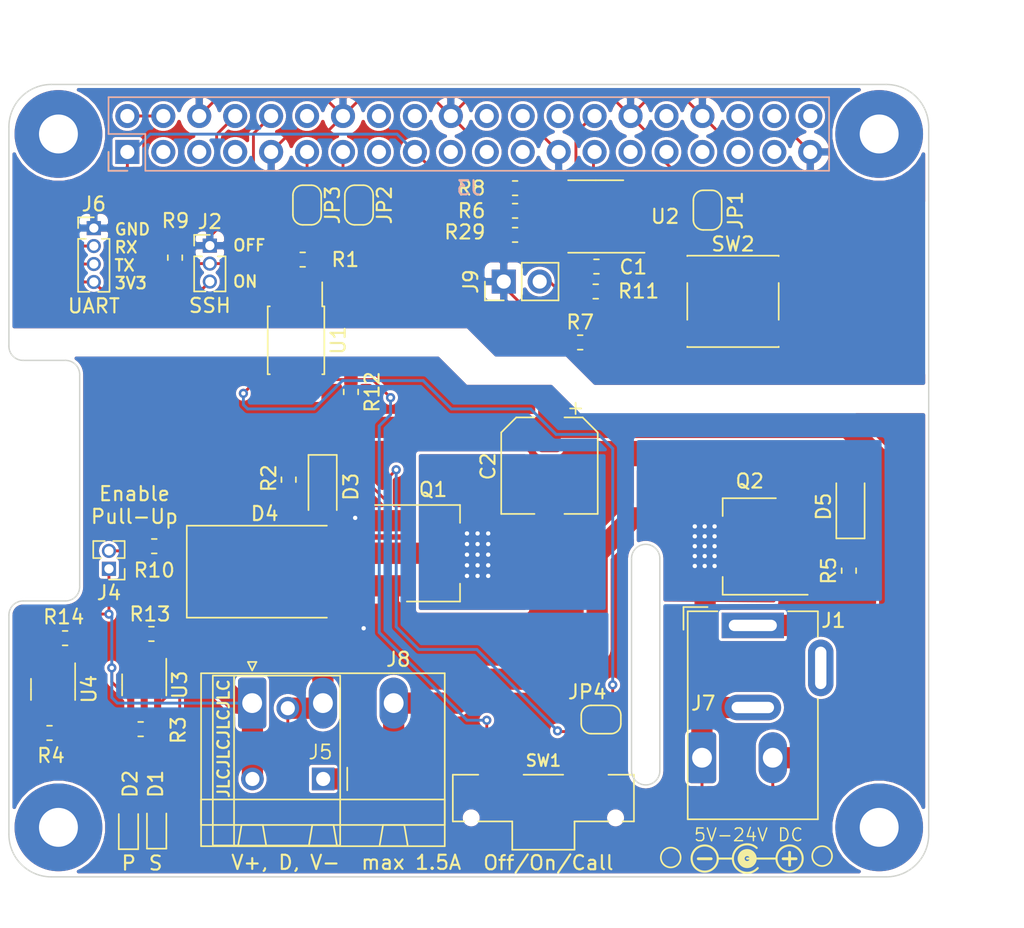
<source format=kicad_pcb>
(kicad_pcb (version 20171130) (host pcbnew 5.1.5-52549c5~84~ubuntu19.10.1)
  (layers (0 F.Cu signal) (31 B.Cu signal) (34 B.Paste user) (35 F.Paste user) (36 B.SilkS user) (37 F.SilkS user) (38 B.Mask user) (39 F.Mask user) (44 Edge.Cuts user))
  (net 0 "")
  (net 1 GND)
  (net 2 /ID_SD_EEPROM)
  (net 3 /ID_SC_EEPROM)
  (net 4 "Net-(J9-Pad2)")
  (net 5 "Net-(D1-Pad2)")
  (net 6 "Net-(JP1-Pad2)")
  (net 7 "Net-(JP2-Pad2)")
  (net 8 "Net-(J1-Pad3)")
  (net 9 "Net-(J3-Pad15)")
  (net 10 "Net-(J3-Pad29)")
  (net 11 "Net-(J3-Pad23)")
  (net 12 "Net-(J3-Pad21)")
  (net 13 "Net-(J3-Pad35)")
  (net 14 "Net-(J3-Pad37)")
  (net 15 "Net-(J3-Pad19)")
  (net 16 "Net-(J3-Pad7)")
  (net 17 /SCL)
  (net 18 /SDA)
  (net 19 +3V3)
  (net 20 GNDPWR)
  (net 21 VCC)
  (net 22 "Net-(D3-Pad1)")
  (net 23 "Net-(R1-Pad1)")
  (net 24 /TX)
  (net 25 /RX)
  (net 26 "Net-(D5-Pad1)")
  (net 27 /BCM17)
  (net 28 /PGND)
  (net 29 "Net-(J2-Pad2)")
  (net 30 /BCM27)
  (net 31 "Net-(J3-Pad33)")
  (net 32 /BCM6)
  (net 33 "Net-(JP4-Pad1)")
  (net 34 "Net-(SW1-Pad2)")
  (net 35 "Net-(D2-Pad2)")
  (net 36 "Net-(J4-Pad2)")
  (net 37 /D)
  (net 38 /BCM20)
  (net 39 /BCM16)
  (net 40 /BCM23)
  (net 41 /BCM18)
  (net 42 /BCM21)
  (net 43 /BCM25)
  (net 44 /BCM24)
  (net 45 /BCM7)
  (net 46 /BCM12)
  (net 47 /BCM8)
  (net 48 +5V)
  (net 49 "Net-(R12-Pad2)")
  (net 50 "Net-(R13-Pad1)")
  (net 51 "Net-(R14-Pad1)")
  (module Resistor_SMD:R_0603_1608Metric_Pad1.05x0.95mm_HandSolder (layer F.Cu) (at 82.6 99.9 180)
    (fp_text reference R14 (at 0.1 1.5) (layer F.SilkS))
    (fp_text value DNM)
    (pad 2 smd roundrect (at 0.875 0 180) (size 1.05 0.95) (layers F.Cu F.Paste F.Mask) (net 20 GNDPWR))
    (pad 1 smd roundrect (at -0.875 0 180) (size 1.05 0.95) (layers F.Cu F.Paste F.Mask) (net 51 "Net-(R14-Pad1)"))
  )
  (module Resistor_SMD:R_0603_1608Metric_Pad1.05x0.95mm_HandSolder (layer F.Cu) (at 88.7 99.6 180)
    (fp_text reference R13 (at 0.1 1.4) (layer F.SilkS))
    (fp_text value DNM)
    (pad 2 smd roundrect (at 0.875 0 180) (size 1.05 0.95) (layers F.Cu F.Paste F.Mask) (net 20 GNDPWR))
    (pad 1 smd roundrect (at -0.875 0 180) (size 1.05 0.95) (layers F.Cu F.Paste F.Mask) (net 50 "Net-(R13-Pad1)"))
  )
  (module Resistor_SMD:R_0603_1608Metric_Pad1.05x0.95mm_HandSolder (layer F.Cu) (at 102.8 82.5 90)
    (fp_text reference R12 (at 0 1.5 90) (layer F.SilkS))
    (fp_text value 1k)
    (pad 2 smd roundrect (at 0.875 0 90) (size 1.05 0.95) (layers F.Cu F.Paste F.Mask) (net 49 "Net-(R12-Pad2)"))
    (pad 1 smd roundrect (at -0.875 0 90) (size 1.05 0.95) (layers F.Cu F.Paste F.Mask) (net 21 VCC))
  )
  (module Resistor_SMD:R_0603_1608Metric_Pad1.05x0.95mm_HandSolder (layer F.Cu) (at 88.9 93.4)
    (fp_text reference R10 (at 0 1.7) (layer F.SilkS))
    (fp_text value 1K)
    (pad 2 smd roundrect (at 0.875 0) (size 1.05 0.95) (layers F.Cu F.Paste F.Mask) (net 37 /D))
    (pad 1 smd roundrect (at -0.875 0) (size 1.05 0.95) (layers F.Cu F.Paste F.Mask) (net 36 "Net-(J4-Pad2)"))
  )
  (module Connector_PinHeader_1.27mm:PinHeader_1x02_P1.27mm_Vertical (layer F.Cu) (at 85.7 95 180)
    (fp_text reference J4 (at 0 -1.695) (layer F.SilkS))
    (fp_text value Conn_01x02_Male)
    (pad 2 thru_hole oval (at 0 1.27 180) (size 1 1) (drill 0.65) (layers *.Cu *.Mask) (net 36 "Net-(J4-Pad2)"))
    (pad 1 thru_hole rect (at 0 0 180) (size 1 1) (drill 0.65) (layers *.Cu *.Mask) (net 21 VCC))
  )
  (module Symbol:Symbol_Barrel_Polarity (layer F.Cu) (at 130.8 115.4)
    (fp_text reference Polarity_Marker hide)
    (fp_text value Symbol_Barrel_Polarity)
  )
  (module Connector_Phoenix_MSTB:PhoenixContact_MSTBA_2,5_2-G_1x02_P5.00mm_Horizontal (layer F.Cu) (at 127.61 108.35)
    (fp_text reference J7 (at 0.09 -3.85) (layer F.SilkS))
    (fp_text value Screw_Terminal_01x02)
    (pad 2 thru_hole oval (at 5 0) (size 2 3.6) (drill 1.4) (layers *.Cu *.Mask) (net 21 VCC))
    (pad 1 thru_hole roundrect (at 0 0) (size 2 3.6) (drill 1.4) (layers *.Cu *.Mask) (roundrect_rratio 0.125) (net 28 /PGND))
  )
  (module Symbol:OSHW-Symbol_6.7x6mm_Copper (layer F.Cu) (at 137.8 71.375 90)
    (fp_text reference LOGO1 hide)
    (fp_text value Logo_Open_Hardware_Small hide)
    (fp_poly (pts (xy 0.555814 -2.531069) (xy 0.639635 -2.086445) (xy 0.94892 -1.958947) (xy 1.258206 -1.831449) (xy 1.629246 -2.083754) (xy 1.733157 -2.154004) (xy 1.827087 -2.216728) (xy 1.906652 -2.269062) (xy 1.96747 -2.308143) (xy 2.005157 -2.331107) (xy 2.015421 -2.336058) (xy 2.03391 -2.323324) (xy 2.07342 -2.288118) (xy 2.129522 -2.234938) (xy 2.197787 -2.168282) (xy 2.273786 -2.092646) (xy 2.353092 -2.012528) (xy 2.431275 -1.932426) (xy 2.503907 -1.856836) (xy 2.566559 -1.790255) (xy 2.614803 -1.737182) (xy 2.64421 -1.702113) (xy 2.651241 -1.690377) (xy 2.641123 -1.66874) (xy 2.612759 -1.621338) (xy 2.569129 -1.552807) (xy 2.513218 -1.467785) (xy 2.448006 -1.370907) (xy 2.410219 -1.31565) (xy 2.341343 -1.214752) (xy 2.28014 -1.123701) (xy 2.229578 -1.04703) (xy 2.192628 -0.989272) (xy 2.172258 -0.954957) (xy 2.169197 -0.947746) (xy 2.176136 -0.927252) (xy 2.195051 -0.879487) (xy 2.223087 -0.811168) (xy 2.257391 -0.729011) (xy 2.295109 -0.63973) (xy 2.333387 -0.550042) (xy 2.36937 -0.466662) (xy 2.400206 -0.396306) (xy 2.423039 -0.34569) (xy 2.435017 -0.321529) (xy 2.435724 -0.320578) (xy 2.454531 -0.315964) (xy 2.504618 -0.305672) (xy 2.580793 -0.290713) (xy 2.677865 -0.272099) (xy 2.790643 -0.250841) (xy 2.856442 -0.238582) (xy 2.97695 -0.215638) (xy 3.085797 -0.193805) (xy 3.177476 -0.174278) (xy 3.246481 -0.158252) (xy 3.287304 -0.146921) (xy 3.295511 -0.143326) (xy 3.303548 -0.118994) (xy 3.310033 -0.064041) (xy 3.31497 0.015108) (xy 3.318364 0.112026) (xy 3.320218 0.220287) (xy 3.320538 0.333465) (xy 3.319327 0.445135) (xy 3.31659 0.548868) (xy 3.312331 0.638241) (xy 3.306555 0.706826) (xy 3.299267 0.748197) (xy 3.294895 0.75681) (xy 3.268764 0.767133) (xy 3.213393 0.781892) (xy 3.136107 0.799352) (xy 3.04423 0.81778) (xy 3.012158 0.823741) (xy 2.857524 0.852066) (xy 2.735375 0.874876) (xy 2.641673 0.89308) (xy 2.572384 0.907583) (xy 2.523471 0.919292) (xy 2.490897 0.929115) (xy 2.470628 0.937956) (xy 2.458626 0.946724) (xy 2.456947 0.948457) (xy 2.440184 0.976371) (xy 2.414614 1.030695) (xy 2.382788 1.104777) (xy 2.34726 1.191965) (xy 2.310583 1.285608) (xy 2.275311 1.379052) (xy 2.243996 1.465647) (xy 2.219193 1.53874) (xy 2.203454 1.591678) (xy 2.199332 1.617811) (xy 2.199676 1.618726) (xy 2.213641 1.640086) (xy 2.245322 1.687084) (xy 2.291391 1.754827) (xy 2.348518 1.838423) (xy 2.413373 1.932982) (xy 2.431843 1.959854) (xy 2.497699 2.057275) (xy 2.55565 2.146163) (xy 2.602538 2.221412) (xy 2.635207 2.27792) (xy 2.6505 2.310581) (xy 2.651241 2.314593) (xy 2.638392 2.335684) (xy 2.602888 2.377464) (xy 2.549293 2.435445) (xy 2.482171 2.505135) (xy 2.406087 2.582045) (xy 2.325604 2.661683) (xy 2.245287 2.739561) (xy 2.169699 2.811186) (xy 2.103405 2.87207) (xy 2.050969 2.917721) (xy 2.016955 2.94365) (xy 2.007545 2.947883) (xy 1.985643 2.937912) (xy 1.9408 2.91102) (xy 1.880321 2.871736) (xy 1.833789 2.840117) (xy 1.749475 2.782098) (xy 1.649626 2.713784) (xy 1.549473 2.645579) (xy 1.495627 2.609075) (xy 1.313371 2.4858) (xy 1.160381 2.56852) (xy 1.090682 2.604759) (xy 1.031414 2.632926) (xy 0.991311 2.648991) (xy 0.981103 2.651226) (xy 0.968829 2.634722) (xy 0.944613 2.588082) (xy 0.910263 2.515609) (xy 0.867588 2.421606) (xy 0.818394 2.310374) (xy 0.76449 2.186215) (xy 0.707684 2.053432) (xy 0.649782 1.916327) (xy 0.592593 1.779202) (xy 0.537924 1.646358) (xy 0.487584 1.522098) (xy 0.44338 1.410725) (xy 0.407119 1.316539) (xy 0.380609 1.243844) (xy 0.365658 1.196941) (xy 0.363254 1.180833) (xy 0.382311 1.160286) (xy 0.424036 1.126933) (xy 0.479706 1.087702) (xy 0.484378 1.084599) (xy 0.628264 0.969423) (xy 0.744283 0.835053) (xy 0.83143 0.685784) (xy 0.888699 0.525913) (xy 0.915086 0.359737) (xy 0.909585 0.191552) (xy 0.87119 0.025655) (xy 0.798895 -0.133658) (xy 0.777626 -0.168513) (xy 0.666996 -0.309263) (xy 0.536302 -0.422286) (xy 0.390064 -0.506997) (xy 0.232808 -0.562806) (xy 0.069057 -0.589126) (xy -0.096667 -0.58537) (xy -0.259838 -0.55095) (xy -0.415935 -0.485277) (xy -0.560433 -0.387765) (xy -0.605131 -0.348187) (xy -0.718888 -0.224297) (xy -0.801782 -0.093876) (xy -0.858644 0.052315) (xy -0.890313 0.197088) (xy -0.898131 0.35986) (xy -0.872062 0.52344) (xy -0.814755 0.682298) (xy -0.728856 0.830906) (xy -0.617014 0.963735) (xy -0.481877 1.075256) (xy -0.464117 1.087011) (xy -0.40785 1.125508) (xy -0.365077 1.158863) (xy -0.344628 1.18016) (xy -0.344331 1.180833) (xy -0.348721 1.203871) (xy -0.366124 1.256157) (xy -0.394732 1.33339) (xy -0.432735 1.431268) (xy -0.478326 1.545491) (xy -0.529697 1.671758) (xy -0.585038 1.805767) (xy -0.642542 1.943218) (xy -0.700399 2.079808) (xy -0.756802 2.211237) (xy -0.809942 2.333205) (xy -0.85801 2.441409) (xy -0.899199 2.531549) (xy -0.931699 2.599323) (xy -0.953703 2.64043) (xy -0.962564 2.651226) (xy -0.98964 2.642819) (xy -1.040303 2.620272) (xy -1.105817 2.587613) (xy -1.141841 2.56852) (xy -1.294832 2.4858) (xy -1.477088 2.609075) (xy -1.570125 2.672228) (xy -1.671985 2.741727) (xy -1.767438 2.807165) (xy -1.81525 2.840117) (xy -1.882495 2.885273) (xy -1.939436 2.921057) (xy -1.978646 2.942938) (xy -1.991381 2.947563) (xy -2.009917 2.935085) (xy -2.050941 2.900252) (xy -2.110475 2.846678) (xy -2.184542 2.777983) (xy -2.269165 2.697781) (xy -2.322685 2.646286) (xy -2.416319 2.554286) (xy -2.497241 2.471999) (xy -2.562177 2.402945) (xy -2.607858 2.350644) (xy -2.631011 2.318616) (xy -2.633232 2.312116) (xy -2.622924 2.287394) (xy -2.594439 2.237405) (xy -2.550937 2.167212) (xy -2.495577 2.081875) (xy -2.43152 1.986456) (xy -2.413303 1.959854) (xy -2.346927 1.863167) (xy -2.287378 1.776117) (xy -2.237984 1.703595) (xy -2.202075 1.650493) (xy -2.182981 1.621703) (xy -2.181136 1.618726) (xy -2.183895 1.595782) (xy -2.198538 1.545336) (xy -2.222513 1.474041) (xy -2.253266 1.388547) (xy -2.288244 1.295507) (xy -2.324893 1.201574) (xy -2.360661 1.113399) (xy -2.392994 1.037634) (xy -2.419338 0.980931) (xy -2.437142 0.949943) (xy -2.438407 0.948457) (xy -2.449294 0.939601) (xy -2.467682 0.930843) (xy -2.497606 0.921277) (xy -2.543103 0.909996) (xy -2.608209 0.896093) (xy -2.696961 0.878663) (xy -2.813393 0.856798) (xy -2.961542 0.829591) (xy -2.993618 0.823741) (xy -3.088686 0.805374) (xy -3.171565 0.787405) (xy -3.23493 0.771569) (xy -3.271458 0.7596) (xy -3.276356 0.75681) (xy -3.284427 0.732072) (xy -3.290987 0.67679) (xy -3.296033 0.597389) (xy -3.299559 0.500296) (xy -3.301561 0.391938) (xy -3.302036 0.27874) (xy -3.300977 0.167128) (xy -3.298382 0.063529) (xy -3.294246 -0.025632) (xy -3.288563 -0.093928) (xy -3.281331 -0.134934) (xy -3.276971 -0.143326) (xy -3.252698 -0.151792) (xy -3.197426 -0.165565) (xy -3.116662 -0.18345) (xy -3.015912 -0.204252) (xy -2.900683 -0.226777) (xy -2.837902 -0.238582) (xy -2.718787 -0.260849) (xy -2.612565 -0.281021) (xy -2.524427 -0.298085) (xy -2.459566 -0.311031) (xy -2.423174 -0.318845) (xy -2.417184 -0.320578) (xy -2.407061 -0.34011) (xy -2.385662 -0.387157) (xy -2.355839 -0.454997) (xy -2.320445 -0.536909) (xy -2.282332 -0.626172) (xy -2.244353 -0.716065) (xy -2.20936 -0.799865) (xy -2.180206 -0.870853) (xy -2.159743 -0.922306) (xy -2.150823 -0.947503) (xy -2.150657 -0.948604) (xy -2.160769 -0.968481) (xy -2.189117 -1.014223) (xy -2.232723 -1.081283) (xy -2.288606 -1.165116) (xy -2.353787 -1.261174) (xy -2.391679 -1.31635) (xy -2.460725 -1.417519) (xy -2.52205 -1.50937) (xy -2.572663 -1.587256) (xy -2.609571 -1.646531) (xy -2.629782 -1.682549) (xy -2.632701 -1.690623) (xy -2.620153 -1.709416) (xy -2.585463 -1.749543) (xy -2.533063 -1.806507) (xy -2.467384 -1.875815) (xy -2.392856 -1.952969) (xy -2.313913 -2.033475) (xy -2.234983 -2.112837) (xy -2.1605 -2.18656) (xy -2.094894 -2.250148) (xy -2.042596 -2.299106) (xy -2.008039 -2.328939) (xy -1.996478 -2.336058) (xy -1.977654 -2.326047) (xy -1.932631 -2.297922) (xy -1.865787 -2.254546) (xy -1.781499 -2.198782) (xy -1.684144 -2.133494) (xy -1.610707 -2.083754) (xy -1.239667 -1.831449) (xy -0.621095 -2.086445) (xy -0.537275 -2.531069) (xy -0.453454 -2.975693) (xy 0.471994 -2.975693) (xy 0.555814 -2.531069)) (layer F.Cu) (width 0.01))
  )
  (module project_footprints:CSS-131XB (layer F.Cu) (at 116.4 110.3)
    (fp_text reference SW1 (at 0 -1.75 180) (layer F.SilkS) (effects (font (size 0.8128 0.8128) (thickness 0.1524))))
    (fp_text value CSS-1310TB)
    (pad "" np_thru_hole circle (at 5.1 2.3) (size 0.8 0.8) (drill 0.8) (layers *.Cu *.Mask))
    (pad "" np_thru_hole circle (at -5.1 2.3) (size 0.8 0.8) (drill 0.8) (layers *.Cu *.Mask))
    (pad 4 smd rect (at 4 -1.45) (size 1 2.5) (layers F.Cu F.Paste F.Mask) (net 33 "Net-(JP4-Pad1)"))
    (pad 3 smd rect (at 2 -1.45) (size 1 2.5) (layers F.Cu F.Paste F.Mask) (net 22 "Net-(D3-Pad1)"))
    (pad 2 smd rect (at -2 -1.45) (size 1 2.5) (layers F.Cu F.Paste F.Mask) (net 34 "Net-(SW1-Pad2)"))
    (pad 1 smd rect (at -4 -1.45) (size 1 2.5) (layers F.Cu F.Paste F.Mask) (net 49 "Net-(R12-Pad2)"))
  )
  (module Diode_SMD:D_SMB-SMC_Universal_Handsoldering (layer F.Cu) (at 96.7 95.2)
    (fp_text reference D4 (at 0 -4.1) (layer F.SilkS))
    (fp_text value D)
    (pad 2 smd trapezoid (at 3.2 0 180) (size 4.3 2.6) (rect_delta 1 0) (layers F.Cu F.Paste F.Mask) (net 37 /D))
    (pad 1 smd trapezoid (at -3.2 0) (size 4.3 2.6) (rect_delta 1 0) (layers F.Cu F.Paste F.Mask) (net 21 VCC))
  )
  (module Jumper:SolderJumper-2_P1.3mm_Open_RoundedPad1.0x1.5mm (layer F.Cu) (at 120.475 105.65 180)
    (fp_text reference JP4 (at 0.975 1.95) (layer F.SilkS))
    (fp_text value Jumper_SSH_PIN)
    (pad 2 smd custom (at 0.65 0 180) (size 1 0.5) (layers F.Cu F.Mask) (net 22 "Net-(D3-Pad1)") (options (clearance outline) (anchor rect)) (primitives (gr_circle (center 0 0.25) (end 0.5 0.25) (width 0)) (gr_circle (center 0 -0.25) (end 0.5 -0.25) (width 0)) (gr_poly (pts (xy 0 -0.75) (xy -0.5 -0.75) (xy -0.5 0.75) (xy 0 0.75)) (width 0))))
    (pad 1 smd custom (at -0.65 0 180) (size 1 0.5) (layers F.Cu F.Mask) (net 33 "Net-(JP4-Pad1)") (options (clearance outline) (anchor rect)) (primitives (gr_circle (center 0 0.25) (end 0.5 0.25) (width 0)) (gr_circle (center 0 -0.25) (end 0.5 -0.25) (width 0)) (gr_poly (pts (xy 0 -0.75) (xy 0.5 -0.75) (xy 0.5 0.75) (xy 0 0.75)) (width 0))))
  )
  (module project_footprints:Raspberry_Pi_Addon_THT_With_Cutouts (layer F.Cu) (at 87 65.54)
    (fp_text reference J3 (at 24.13 2.54) (layer B.SilkS) (effects (justify mirror)))
    (fp_text value 40HAT)
    (fp_arc (start 36.63 43.73) (end 35.63 43.73) (angle -180) (layer Edge.Cuts) (width 0.1))
    (fp_arc (start 36.63 28.73) (end 37.63 28.73) (angle -180) (layer Edge.Cuts) (width 0.1))
    (fp_arc (start -7.37 32.73) (end -7.37 31.73) (angle -90) (layer Edge.Cuts) (width 0.1))
    (fp_arc (start -4.37 30.73) (end -4.37 31.73) (angle -90) (layer Edge.Cuts) (width 0.1))
    (fp_arc (start -4.37 15.73) (end -3.37 15.73) (angle -90) (layer Edge.Cuts) (width 0.1))
    (fp_arc (start -7.37 13.73) (end -8.37 13.73) (angle -90) (layer Edge.Cuts) (width 0.1))
    (fp_arc (start -5.37 -1.77) (end -5.37 -4.77) (angle -90) (layer Edge.Cuts) (width 0.1))
    (fp_arc (start -5.37 48.23) (end -8.37 48.23) (angle -90) (layer Edge.Cuts) (width 0.1))
    (fp_arc (start 53.63 48.23) (end 53.63 51.23) (angle -90) (layer Edge.Cuts) (width 0.1))
    (fp_arc (start 53.63 -1.77) (end 56.63 -1.77) (angle -90) (layer Edge.Cuts) (width 0.1))
    (fp_line (start 37.63 28.73) (end 37.63 43.73) (layer Edge.Cuts) (width 0.1))
    (fp_line (start 35.63 28.73) (end 35.63 43.73) (layer Edge.Cuts) (width 0.1))
    (fp_line (start -7.37 31.73) (end -4.37 31.73) (layer Edge.Cuts) (width 0.1))
    (fp_line (start -7.37 14.73) (end -4.37 14.73) (layer Edge.Cuts) (width 0.1))
    (fp_line (start -8.37 13.73) (end -8.37 -1.77) (layer Edge.Cuts) (width 0.1))
    (fp_line (start -3.37 30.73) (end -3.37 15.73) (layer Edge.Cuts) (width 0.1))
    (fp_line (start -8.37 48.23) (end -8.37 32.73) (layer Edge.Cuts) (width 0.1))
    (fp_line (start 53.63 51.23) (end -5.37 51.23) (layer Edge.Cuts) (width 0.1))
    (fp_line (start 56.63 -1.77) (end 56.63 48.23) (layer Edge.Cuts) (width 0.1))
    (fp_line (start -5.37 -4.77) (end 53.63 -4.77) (layer Edge.Cuts) (width 0.1))
    (pad 38 thru_hole oval (at 45.72 -2.54 90) (size 1.7 1.7) (drill 1) (layers *.Cu *.Mask) (net 38 /BCM20))
    (pad 36 thru_hole oval (at 43.18 -2.54 90) (size 1.7 1.7) (drill 1) (layers *.Cu *.Mask) (net 39 /BCM16))
    (pad 34 thru_hole oval (at 40.64 -2.54 90) (size 1.7 1.7) (drill 1) (layers *.Cu *.Mask) (net 1 GND))
    (pad 11 thru_hole oval (at 12.7 0 90) (size 1.7 1.7) (drill 1) (layers *.Cu *.Mask) (net 27 /BCM17))
    (pad 17 thru_hole oval (at 20.32 0 90) (size 1.7 1.7) (drill 1) (layers *.Cu *.Mask) (net 19 +3V3))
    (pad 28 thru_hole oval (at 33.02 -2.54 90) (size 1.7 1.7) (drill 1) (layers *.Cu *.Mask) (net 3 /ID_SC_EEPROM))
    (pad 16 thru_hole oval (at 17.78 -2.54 90) (size 1.7 1.7) (drill 1) (layers *.Cu *.Mask) (net 40 /BCM23))
    (pad 20 thru_hole oval (at 22.86 -2.54 90) (size 1.7 1.7) (drill 1) (layers *.Cu *.Mask) (net 1 GND))
    (pad 33 thru_hole oval (at 40.64 0 90) (size 1.7 1.7) (drill 1) (layers *.Cu *.Mask) (net 31 "Net-(J3-Pad33)"))
    (pad 3 thru_hole oval (at 2.54 0 90) (size 1.7 1.7) (drill 1) (layers *.Cu *.Mask) (net 18 /SDA))
    (pad 39 thru_hole oval (at 48.26 0 90) (size 1.7 1.7) (drill 1) (layers *.Cu *.Mask) (net 1 GND))
    (pad 25 thru_hole oval (at 30.48 0 90) (size 1.7 1.7) (drill 1) (layers *.Cu *.Mask) (net 1 GND))
    (pad 12 thru_hole oval (at 12.7 -2.54 90) (size 1.7 1.7) (drill 1) (layers *.Cu *.Mask) (net 41 /BCM18))
    (pad 4 thru_hole oval (at 2.54 -2.54 90) (size 1.7 1.7) (drill 1) (layers *.Cu *.Mask) (net 48 +5V))
    (pad 8 thru_hole oval (at 7.62 -2.54 90) (size 1.7 1.7) (drill 1) (layers *.Cu *.Mask) (net 24 /TX))
    (pad 14 thru_hole oval (at 15.24 -2.54 90) (size 1.7 1.7) (drill 1) (layers *.Cu *.Mask) (net 1 GND))
    (pad 5 thru_hole oval (at 5.08 0 90) (size 1.7 1.7) (drill 1) (layers *.Cu *.Mask) (net 17 /SCL))
    (pad 40 thru_hole oval (at 48.26 -2.54 90) (size 1.7 1.7) (drill 1) (layers *.Cu *.Mask) (net 42 /BCM21))
    (pad 15 thru_hole oval (at 17.78 0 90) (size 1.7 1.7) (drill 1) (layers *.Cu *.Mask) (net 9 "Net-(J3-Pad15)"))
    (pad 29 thru_hole oval (at 35.56 0 90) (size 1.7 1.7) (drill 1) (layers *.Cu *.Mask) (net 10 "Net-(J3-Pad29)"))
    (pad 10 thru_hole oval (at 10.16 -2.54 90) (size 1.7 1.7) (drill 1) (layers *.Cu *.Mask) (net 25 /RX))
    (pad 23 thru_hole oval (at 27.94 0 90) (size 1.7 1.7) (drill 1) (layers *.Cu *.Mask) (net 11 "Net-(J3-Pad23)"))
    (pad 30 thru_hole oval (at 35.56 -2.54 90) (size 1.7 1.7) (drill 1) (layers *.Cu *.Mask) (net 1 GND))
    (pad 6 thru_hole oval (at 5.08 -2.54 90) (size 1.7 1.7) (drill 1) (layers *.Cu *.Mask) (net 1 GND))
    (pad 22 thru_hole oval (at 25.4 -2.54 90) (size 1.7 1.7) (drill 1) (layers *.Cu *.Mask) (net 43 /BCM25))
    (pad 9 thru_hole oval (at 10.16 0 90) (size 1.7 1.7) (drill 1) (layers *.Cu *.Mask) (net 1 GND))
    (pad 21 thru_hole oval (at 25.4 0 90) (size 1.7 1.7) (drill 1) (layers *.Cu *.Mask) (net 12 "Net-(J3-Pad21)"))
    (pad 18 thru_hole oval (at 20.32 -2.54 90) (size 1.7 1.7) (drill 1) (layers *.Cu *.Mask) (net 44 /BCM24))
    (pad 35 thru_hole oval (at 43.18 0 90) (size 1.7 1.7) (drill 1) (layers *.Cu *.Mask) (net 13 "Net-(J3-Pad35)"))
    (pad 31 thru_hole oval (at 38.1 0 90) (size 1.7 1.7) (drill 1) (layers *.Cu *.Mask) (net 32 /BCM6))
    (pad 26 thru_hole oval (at 30.48 -2.54 90) (size 1.7 1.7) (drill 1) (layers *.Cu *.Mask) (net 45 /BCM7))
    (pad 32 thru_hole oval (at 38.1 -2.54 90) (size 1.7 1.7) (drill 1) (layers *.Cu *.Mask) (net 46 /BCM12))
    (pad 1 thru_hole rect (at 0 0 90) (size 1.7 1.7) (drill 1) (layers *.Cu *.Mask) (net 19 +3V3))
    (pad 37 thru_hole oval (at 45.72 0 90) (size 1.7 1.7) (drill 1) (layers *.Cu *.Mask) (net 14 "Net-(J3-Pad37)"))
    (pad 19 thru_hole oval (at 22.86 0 90) (size 1.7 1.7) (drill 1) (layers *.Cu *.Mask) (net 15 "Net-(J3-Pad19)"))
    (pad 24 thru_hole oval (at 27.94 -2.54 90) (size 1.7 1.7) (drill 1) (layers *.Cu *.Mask) (net 47 /BCM8))
    (pad 7 thru_hole oval (at 7.62 0 90) (size 1.7 1.7) (drill 1) (layers *.Cu *.Mask) (net 16 "Net-(J3-Pad7)"))
    (pad 13 thru_hole oval (at 15.24 0 90) (size 1.7 1.7) (drill 1) (layers *.Cu *.Mask) (net 30 /BCM27))
    (pad 27 thru_hole oval (at 33.02 0 90) (size 1.7 1.7) (drill 1) (layers *.Cu *.Mask) (net 2 /ID_SD_EEPROM))
    (pad 2 thru_hole oval (at 0 -2.54 90) (size 1.7 1.7) (drill 1) (layers *.Cu *.Mask) (net 48 +5V))
    (pad "" np_thru_hole circle (at -4.87 47.73) (size 6.2 6.2) (drill 2.75) (layers *.Cu *.Mask))
    (pad "" np_thru_hole circle (at 53.13 47.73) (size 6.2 6.2) (drill 2.75) (layers *.Cu *.Mask))
    (pad "" np_thru_hole circle (at 53.13 -1.27) (size 6.2 6.2) (drill 2.75) (layers *.Cu *.Mask))
    (pad "" np_thru_hole circle (at -4.87 -1.27) (size 6.2 6.2) (drill 2.75) (layers *.Cu *.Mask))
  )
  (module Jumper:SolderJumper-2_P1.3mm_Bridged_RoundedPad1.0x1.5mm (layer F.Cu) (at 99.7 69.29 270)
    (fp_text reference JP3 (at 0 -1.8 90) (layer F.SilkS))
    (fp_text value Jumper_Switch_SSH)
    (fp_poly (pts (xy 0.25 -0.3) (xy -0.25 -0.3) (xy -0.25 0.3) (xy 0.25 0.3)) (layer F.Cu) (width 0))
    (pad 1 smd custom (at -0.65 0 270) (size 1 0.5) (layers F.Cu F.Mask) (net 27 /BCM17) (options (clearance outline) (anchor rect)) (primitives (gr_circle (center 0 0.25) (end 0.5 0.25) (width 0)) (gr_circle (center 0 -0.25) (end 0.5 -0.25) (width 0)) (gr_poly (pts (xy 0 -0.75) (xy 0.5 -0.75) (xy 0.5 0.75) (xy 0 0.75)) (width 0))))
    (pad 2 smd custom (at 0.65 0 270) (size 1 0.5) (layers F.Cu F.Mask) (net 29 "Net-(J2-Pad2)") (options (clearance outline) (anchor rect)) (primitives (gr_circle (center 0 0.25) (end 0.5 0.25) (width 0)) (gr_circle (center 0 -0.25) (end 0.5 -0.25) (width 0)) (gr_poly (pts (xy 0 -0.75) (xy -0.5 -0.75) (xy -0.5 0.75) (xy 0 0.75)) (width 0))))
  )
  (module project_footprints:WAGO_250-403_1x03_P2.5 (layer F.Cu) (at 100.84 109.85 180)
    (fp_text reference J5 (at 0.19 1.9) (layer F.SilkS) (effects (font (thickness 0.12))))
    (fp_text value Conn_01x03)
    (pad 3 thru_hole circle (at 5 0 180) (size 1.6 1.6) (drill 1) (layers *.Cu *.Mask) (net 21 VCC))
    (pad 2 thru_hole circle (at 2.5 5 180) (size 1.6 1.6) (drill 1) (layers *.Cu *.Mask) (net 37 /D))
    (pad 1 thru_hole rect (at 0 0 180) (size 1.6 1.6) (drill 1) (layers *.Cu *.Mask) (net 28 /PGND))
  )
  (module Resistor_SMD:R_0603_1608Metric_Pad1.05x0.95mm_HandSolder (layer F.Cu) (at 90.37 73.01 90)
    (fp_text reference R9 (at 2.61 0.03 180) (layer F.SilkS))
    (fp_text value 1k)
    (pad 2 smd roundrect (at 0.875 0 90) (size 1.05 0.95) (layers F.Cu F.Paste F.Mask) (net 1 GND))
    (pad 1 smd roundrect (at -0.875 0 90) (size 1.05 0.95) (layers F.Cu F.Paste F.Mask) (net 29 "Net-(J2-Pad2)"))
  )
  (module Resistor_SMD:R_0603_1608Metric_Pad1.05x0.95mm_HandSolder (layer F.Cu) (at 119 79)
    (fp_text reference R7 (at 0 -1.43) (layer F.SilkS))
    (fp_text value 1k)
    (pad 2 smd roundrect (at 0.875 0) (size 1.05 0.95) (layers F.Cu F.Paste F.Mask) (net 6 "Net-(JP1-Pad2)"))
    (pad 1 smd roundrect (at -0.875 0) (size 1.05 0.95) (layers F.Cu F.Paste F.Mask) (net 19 +3V3))
  )
  (module Connector_PinHeader_1.27mm:PinHeader_1x03_P1.27mm_Vertical (layer F.Cu) (at 92.83 72.16)
    (fp_text reference J2 (at 0 -1.695) (layer F.SilkS))
    (fp_text value SSH (at 0 4.235) (layer F.SilkS))
    (pad 3 thru_hole oval (at 0 2.54) (size 1 1) (drill 0.65) (layers *.Cu *.Mask) (net 19 +3V3))
    (pad 2 thru_hole oval (at 0 1.27) (size 1 1) (drill 0.65) (layers *.Cu *.Mask) (net 29 "Net-(J2-Pad2)"))
    (pad 1 thru_hole rect (at 0 0) (size 1 1) (drill 0.65) (layers *.Cu *.Mask) (net 1 GND))
  )
  (module Package_SO:SC-74-6_1.5x2.9mm_P0.95mm (layer F.Cu) (at 81.75 103.52 270)
    (fp_text reference U4 (at -0.02 -2.55 270) (layer F.SilkS))
    (fp_text value NCR401U)
    (pad 6 smd roundrect (at 1.1375 -0.95 270) (size 1.425 0.5) (layers F.Cu F.Paste F.Mask) (net 51 "Net-(R14-Pad1)"))
    (pad 5 smd roundrect (at 1.1375 0 270) (size 1.425 0.5) (layers F.Cu F.Paste F.Mask) (net 35 "Net-(D2-Pad2)"))
    (pad 4 smd roundrect (at 1.1375 0.95 270) (size 1.425 0.5) (layers F.Cu F.Paste F.Mask) (net 21 VCC))
    (pad 3 smd roundrect (at -1.1375 0.95 270) (size 1.425 0.5) (layers F.Cu F.Paste F.Mask) (net 35 "Net-(D2-Pad2)"))
    (pad 2 smd roundrect (at -1.1375 0 270) (size 1.425 0.5) (layers F.Cu F.Paste F.Mask) (net 35 "Net-(D2-Pad2)"))
    (pad 1 smd roundrect (at -1.1375 -0.95 270) (size 1.425 0.5) (layers F.Cu F.Paste F.Mask) (net 20 GNDPWR))
  )
  (module Package_SO:SC-74-6_1.5x2.9mm_P0.95mm (layer F.Cu) (at 88.19 103.2 270)
    (fp_text reference U3 (at 0 -2.51 90) (layer F.SilkS))
    (fp_text value NCR401U)
    (pad 6 smd roundrect (at 1.1375 -0.95 270) (size 1.425 0.5) (layers F.Cu F.Paste F.Mask) (net 50 "Net-(R13-Pad1)"))
    (pad 5 smd roundrect (at 1.1375 0 270) (size 1.425 0.5) (layers F.Cu F.Paste F.Mask) (net 5 "Net-(D1-Pad2)"))
    (pad 4 smd roundrect (at 1.1375 0.95 270) (size 1.425 0.5) (layers F.Cu F.Paste F.Mask) (net 21 VCC))
    (pad 3 smd roundrect (at -1.1375 0.95 270) (size 1.425 0.5) (layers F.Cu F.Paste F.Mask) (net 5 "Net-(D1-Pad2)"))
    (pad 2 smd roundrect (at -1.1375 0 270) (size 1.425 0.5) (layers F.Cu F.Paste F.Mask) (net 5 "Net-(D1-Pad2)"))
    (pad 1 smd roundrect (at -1.1375 -0.95 270) (size 1.425 0.5) (layers F.Cu F.Paste F.Mask) (net 20 GNDPWR))
  )
  (module Resistor_SMD:R_0603_1608Metric_Pad1.05x0.95mm_HandSolder (layer F.Cu) (at 137.99 95.13 90)
    (fp_text reference R5 (at 0 -1.43 90) (layer F.SilkS))
    (fp_text value 10k)
    (pad 2 smd roundrect (at 0.875 0 90) (size 1.05 0.95) (layers F.Cu F.Paste F.Mask) (net 26 "Net-(D5-Pad1)"))
    (pad 1 smd roundrect (at -0.875 0 90) (size 1.05 0.95) (layers F.Cu F.Paste F.Mask) (net 21 VCC))
  )
  (module Package_TO_SOT_SMD:SOT-223 (layer F.Cu) (at 130.98 93.42 180)
    (fp_text reference Q2 (at 0 4.62) (layer F.SilkS))
    (fp_text value NCV8402xSTT1G)
    (pad 1 smd rect (at -3.15 -2.3 180) (size 2 1.5) (layers F.Cu F.Paste F.Mask) (net 26 "Net-(D5-Pad1)"))
    (pad 3 smd rect (at -3.15 2.3 180) (size 2 1.5) (layers F.Cu F.Paste F.Mask) (net 20 GNDPWR))
    (pad 2 smd rect (at -3.15 0 180) (size 2 1.5) (layers F.Cu F.Paste F.Mask) (net 28 /PGND))
    (pad 4 smd rect (at 3.15 0 180) (size 2 3.8) (layers F.Cu F.Paste F.Mask) (net 28 /PGND))
  )
  (module Connector_Phoenix_MSTB:PhoenixContact_MSTBA_2,5_3-G_1x03_P5.00mm_Horizontal (layer F.Cu) (at 95.82 104.49)
    (fp_text reference J8 (at 10.33 -3.09) (layer F.SilkS))
    (fp_text value Screw_Terminal_01x03)
    (pad 3 thru_hole oval (at 10 0) (size 2 3.6) (drill 1.4) (layers *.Cu *.Mask) (net 28 /PGND))
    (pad 2 thru_hole oval (at 5 0) (size 2 3.6) (drill 1.4) (layers *.Cu *.Mask) (net 37 /D))
    (pad 1 thru_hole roundrect (at 0 0) (size 2 3.6) (drill 1.4) (layers *.Cu *.Mask) (roundrect_rratio 0.125) (net 21 VCC))
  )
  (module Diode_SMD:D_SOD-123 (layer F.Cu) (at 138.1 90.6 90)
    (fp_text reference D5 (at 0 -1.9 90) (layer F.SilkS))
    (fp_text value "10V Zener")
    (pad 2 smd rect (at 1.65 0 90) (size 0.9 1.2) (layers F.Cu F.Paste F.Mask) (net 20 GNDPWR))
    (pad 1 smd rect (at -1.65 0 90) (size 0.9 1.2) (layers F.Cu F.Paste F.Mask) (net 26 "Net-(D5-Pad1)"))
  )
  (module Diode_SMD:D_SOD-123 (layer F.Cu) (at 100.8 89.2 270)
    (fp_text reference D3 (at 0 -2 90) (layer F.SilkS))
    (fp_text value "10V Zener")
    (pad 2 smd rect (at 1.65 0 270) (size 0.9 1.2) (layers F.Cu F.Paste F.Mask) (net 20 GNDPWR))
    (pad 1 smd rect (at -1.65 0 270) (size 0.9 1.2) (layers F.Cu F.Paste F.Mask) (net 22 "Net-(D3-Pad1)"))
  )
  (module Resistor_SMD:R_0603_1608Metric_Pad1.05x0.95mm_HandSolder (layer F.Cu) (at 81.5 106.6)
    (fp_text reference R4 (at 0.1 1.6 180) (layer F.SilkS))
    (fp_text value DNM)
    (pad 2 smd roundrect (at 0.875 0) (size 1.05 0.95) (layers F.Cu F.Paste F.Mask) (net 35 "Net-(D2-Pad2)"))
    (pad 1 smd roundrect (at -0.875 0) (size 1.05 0.95) (layers F.Cu F.Paste F.Mask) (net 21 VCC))
  )
  (module Resistor_SMD:R_0603_1608Metric_Pad1.05x0.95mm_HandSolder (layer F.Cu) (at 87.94 106.33)
    (fp_text reference R3 (at 2.66 0.07 90) (layer F.SilkS))
    (fp_text value DNM)
    (pad 2 smd roundrect (at 0.875 0) (size 1.05 0.95) (layers F.Cu F.Paste F.Mask) (net 5 "Net-(D1-Pad2)"))
    (pad 1 smd roundrect (at -0.875 0) (size 1.05 0.95) (layers F.Cu F.Paste F.Mask) (net 21 VCC))
  )
  (module Connector_PinHeader_1.27mm:PinHeader_1x04_P1.27mm_Vertical (layer F.Cu) (at 84.63 70.92)
    (fp_text reference J6 (at 0 -1.695) (layer F.SilkS))
    (fp_text value UART (at 0 5.505) (layer F.SilkS))
    (pad 4 thru_hole oval (at 0 3.81) (size 1 1) (drill 0.65) (layers *.Cu *.Mask) (net 19 +3V3))
    (pad 3 thru_hole oval (at 0 2.54) (size 1 1) (drill 0.65) (layers *.Cu *.Mask) (net 24 /TX))
    (pad 2 thru_hole oval (at 0 1.27) (size 1 1) (drill 0.65) (layers *.Cu *.Mask) (net 25 /RX))
    (pad 1 thru_hole rect (at 0 0) (size 1 1) (drill 0.65) (layers *.Cu *.Mask) (net 1 GND))
  )
  (module Package_SO:SO-4_4.4x3.6mm_P2.54mm (layer F.Cu) (at 98.92 78.85 270)
    (fp_text reference U1 (at 0 -2.98 90) (layer F.SilkS))
    (fp_text value LTV-357T)
    (pad 4 smd rect (at 3.15 -1.27 270) (size 2 0.64) (layers F.Cu F.Paste F.Mask) (net 49 "Net-(R12-Pad2)"))
    (pad 3 smd rect (at 3.15 1.27 270) (size 2 0.64) (layers F.Cu F.Paste F.Mask) (net 33 "Net-(JP4-Pad1)"))
    (pad 2 smd rect (at -3.15 1.27 270) (size 2 0.64) (layers F.Cu F.Paste F.Mask) (net 1 GND))
    (pad 1 smd rect (at -3.15 -1.27 270) (size 2 0.64) (layers F.Cu F.Paste F.Mask) (net 23 "Net-(R1-Pad1)"))
  )
  (module Button_Switch_SMD:SW_Push_1P1T_NO_6x6mm_H9.5mm (layer F.Cu) (at 129.8 76.1)
    (fp_text reference SW2 (at 0 -4.05) (layer F.SilkS))
    (fp_text value SW_Push)
    (pad 2 smd rect (at 3.975 2.25) (size 1.55 1.3) (layers F.Cu F.Paste F.Mask) (net 1 GND))
    (pad 1 smd rect (at 3.975 -2.25) (size 1.55 1.3) (layers F.Cu F.Paste F.Mask) (net 6 "Net-(JP1-Pad2)"))
    (pad 1 smd rect (at -3.975 -2.25) (size 1.55 1.3) (layers F.Cu F.Paste F.Mask) (net 6 "Net-(JP1-Pad2)"))
    (pad 2 smd rect (at -3.975 2.25) (size 1.55 1.3) (layers F.Cu F.Paste F.Mask) (net 1 GND))
  )
  (module Resistor_SMD:R_0603_1608Metric_Pad1.05x0.95mm_HandSolder (layer F.Cu) (at 98.4 88.7 270)
    (fp_text reference R2 (at -0.1 1.4 90) (layer F.SilkS))
    (fp_text value 4.7k)
    (pad 2 smd roundrect (at 0.875 0 270) (size 1.05 0.95) (layers F.Cu F.Paste F.Mask) (net 20 GNDPWR))
    (pad 1 smd roundrect (at -0.875 0 270) (size 1.05 0.95) (layers F.Cu F.Paste F.Mask) (net 22 "Net-(D3-Pad1)"))
  )
  (module Resistor_SMD:R_0603_1608Metric_Pad1.05x0.95mm_HandSolder (layer F.Cu) (at 99.39 73.15 180)
    (fp_text reference R1 (at -3.01 0) (layer F.SilkS))
    (fp_text value 100)
    (pad 2 smd roundrect (at 0.875 0 180) (size 1.05 0.95) (layers F.Cu F.Paste F.Mask) (net 7 "Net-(JP2-Pad2)"))
    (pad 1 smd roundrect (at -0.875 0 180) (size 1.05 0.95) (layers F.Cu F.Paste F.Mask) (net 23 "Net-(R1-Pad1)"))
  )
  (module Package_TO_SOT_SMD:SOT-223 (layer F.Cu) (at 108.6 93.9)
    (fp_text reference Q1 (at 0 -4.5) (layer F.SilkS))
    (fp_text value NCV8402xSTT1G)
    (pad 1 smd rect (at -3.15 -2.3) (size 2 1.5) (layers F.Cu F.Paste F.Mask) (net 22 "Net-(D3-Pad1)"))
    (pad 3 smd rect (at -3.15 2.3) (size 2 1.5) (layers F.Cu F.Paste F.Mask) (net 20 GNDPWR))
    (pad 2 smd rect (at -3.15 0) (size 2 1.5) (layers F.Cu F.Paste F.Mask) (net 37 /D))
    (pad 4 smd rect (at 3.15 0) (size 2 3.8) (layers F.Cu F.Paste F.Mask) (net 37 /D))
  )
  (module Jumper:SolderJumper-2_P1.3mm_Bridged_RoundedPad1.0x1.5mm (layer F.Cu) (at 103.37 69.29 270)
    (fp_text reference JP2 (at 0 -1.8 90) (layer F.SilkS))
    (fp_text value Jumper_CH1_PIN)
    (fp_poly (pts (xy 0.25 -0.3) (xy -0.25 -0.3) (xy -0.25 0.3) (xy 0.25 0.3)) (layer F.Cu) (width 0))
    (pad 1 smd custom (at -0.65 0 270) (size 1 0.5) (layers F.Cu F.Mask) (net 30 /BCM27) (options (clearance outline) (anchor rect)) (primitives (gr_circle (center 0 0.25) (end 0.5 0.25) (width 0)) (gr_circle (center 0 -0.25) (end 0.5 -0.25) (width 0)) (gr_poly (pts (xy 0 -0.75) (xy 0.5 -0.75) (xy 0.5 0.75) (xy 0 0.75)) (width 0))))
    (pad 2 smd custom (at 0.65 0 270) (size 1 0.5) (layers F.Cu F.Mask) (net 7 "Net-(JP2-Pad2)") (options (clearance outline) (anchor rect)) (primitives (gr_circle (center 0 0.25) (end 0.5 0.25) (width 0)) (gr_circle (center 0 -0.25) (end 0.5 -0.25) (width 0)) (gr_poly (pts (xy 0 -0.75) (xy -0.5 -0.75) (xy -0.5 0.75) (xy 0 0.75)) (width 0))))
  )
  (module Jumper:SolderJumper-2_P1.3mm_Bridged_RoundedPad1.0x1.5mm (layer F.Cu) (at 128 69.65 270)
    (fp_text reference JP1 (at 0.02 -1.97 90) (layer F.SilkS))
    (fp_text value Jumper_Switch_PIN)
    (fp_poly (pts (xy 0.25 -0.3) (xy -0.25 -0.3) (xy -0.25 0.3) (xy 0.25 0.3)) (layer F.Cu) (width 0))
    (pad 1 smd custom (at -0.65 0 270) (size 1 0.5) (layers F.Cu F.Mask) (net 32 /BCM6) (options (clearance outline) (anchor rect)) (primitives (gr_circle (center 0 0.25) (end 0.5 0.25) (width 0)) (gr_circle (center 0 -0.25) (end 0.5 -0.25) (width 0)) (gr_poly (pts (xy 0 -0.75) (xy 0.5 -0.75) (xy 0.5 0.75) (xy 0 0.75)) (width 0))))
    (pad 2 smd custom (at 0.65 0 270) (size 1 0.5) (layers F.Cu F.Mask) (net 6 "Net-(JP1-Pad2)") (options (clearance outline) (anchor rect)) (primitives (gr_circle (center 0 0.25) (end 0.5 0.25) (width 0)) (gr_circle (center 0 -0.25) (end 0.5 -0.25) (width 0)) (gr_poly (pts (xy 0 -0.75) (xy -0.5 -0.75) (xy -0.5 0.75) (xy 0 0.75)) (width 0))))
  )
  (module LED_SMD:LED_0603_1608Metric_Castellated (layer F.Cu) (at 87.08 113.13 90)
    (fp_text reference D2 (at 2.93 0.12 90) (layer F.SilkS))
    (fp_text value P (at -2.67 0.02) (layer F.SilkS))
    (pad 2 smd roundrect (at 0.8125 0 90) (size 1.225 0.85) (layers F.Cu F.Paste F.Mask) (net 35 "Net-(D2-Pad2)"))
    (pad 1 smd roundrect (at -0.8125 0 90) (size 1.225 0.85) (layers F.Cu F.Paste F.Mask) (net 20 GNDPWR))
  )
  (module LED_SMD:LED_0603_1608Metric_Castellated (layer F.Cu) (at 89.07 113.09 90)
    (fp_text reference D1 (at 2.89 -0.07 90) (layer F.SilkS))
    (fp_text value S (at -2.71 -0.07 180) (layer F.SilkS))
    (pad 2 smd roundrect (at 0.8125 0 90) (size 1.225 0.85) (layers F.Cu F.Paste F.Mask) (net 5 "Net-(D1-Pad2)"))
    (pad 1 smd roundrect (at -0.8125 0 90) (size 1.225 0.85) (layers F.Cu F.Paste F.Mask) (net 37 /D))
  )
  (module Capacitor_SMD:CP_Elec_6.3x7.7 (layer F.Cu) (at 116.83 87.71 270)
    (fp_text reference C2 (at 0.05 4.34 90) (layer F.SilkS))
    (fp_text value DNM)
    (pad 2 smd roundrect (at 2.7 0 270) (size 3.5 1.6) (layers F.Cu F.Paste F.Mask) (roundrect_rratio 0.15625) (net 20 GNDPWR))
    (pad 1 smd roundrect (at -2.7 0 270) (size 3.5 1.6) (layers F.Cu F.Paste F.Mask) (roundrect_rratio 0.15625) (net 21 VCC))
  )
  (module Capacitor_SMD:C_0603_1608Metric_Pad1.05x0.95mm_HandSolder (layer F.Cu) (at 120.15 73.64)
    (fp_text reference C1 (at 2.6 0.035) (layer F.SilkS))
    (fp_text value 100n)
    (pad 2 smd roundrect (at 0.875 0) (size 1.05 0.95) (layers F.Cu F.Paste F.Mask) (net 1 GND))
    (pad 1 smd roundrect (at -0.875 0) (size 1.05 0.95) (layers F.Cu F.Paste F.Mask) (net 19 +3V3))
  )
  (module TestPoint:TestPoint_Pad_D1.0mm (layer F.Cu) (at 125.4 115.4 180)
    (fp_text reference TP2 hide)
    (fp_text value GND hide)
    (pad 1 smd circle (at 0 0 180) (size 1 1) (layers F.Cu F.Mask) (net 28 /PGND))
  )
  (module TestPoint:TestPoint_Pad_D1.0mm (layer F.Cu) (at 136.1 115.3 180)
    (fp_text reference TP1 hide)
    (fp_text value VEXT hide)
    (pad 1 smd circle (at 0 0 180) (size 1 1) (layers F.Cu F.Mask) (net 21 VCC))
  )
  (module Package_SO:SOIC-8_3.9x4.9mm_P1.27mm (layer F.Cu) (at 120.1 70.1 180)
    (fp_text reference U2 (at -4.9 0) (layer F.SilkS))
    (fp_text value CAT24C32)
    (pad 8 smd roundrect (at 2.475 -1.905 180) (size 1.95 0.6) (layers F.Cu F.Paste F.Mask) (net 19 +3V3))
    (pad 7 smd roundrect (at 2.475 -0.635 180) (size 1.95 0.6) (layers F.Cu F.Paste F.Mask) (net 4 "Net-(J9-Pad2)"))
    (pad 6 smd roundrect (at 2.475 0.635 180) (size 1.95 0.6) (layers F.Cu F.Paste F.Mask) (net 2 /ID_SD_EEPROM))
    (pad 5 smd roundrect (at 2.475 1.905 180) (size 1.95 0.6) (layers F.Cu F.Paste F.Mask) (net 3 /ID_SC_EEPROM))
    (pad 4 smd roundrect (at -2.475 1.905 180) (size 1.95 0.6) (layers F.Cu F.Paste F.Mask) (net 1 GND))
    (pad 3 smd roundrect (at -2.475 0.635 180) (size 1.95 0.6) (layers F.Cu F.Paste F.Mask) (net 1 GND))
    (pad 2 smd roundrect (at -2.475 -0.635 180) (size 1.95 0.6) (layers F.Cu F.Paste F.Mask) (net 1 GND))
    (pad 1 smd roundrect (at -2.475 -1.905 180) (size 1.95 0.6) (layers F.Cu F.Paste F.Mask) (net 1 GND))
  )
  (module Connector_BarrelJack:BarrelJack_Wuerth_6941xx301002 (layer F.Cu) (at 131.2 99)
    (fp_text reference J1 (at 5.7 -0.35) (layer F.SilkS))
    (fp_text value "Wuerth 694108301002 ")
    (pad 1 thru_hole rect (at 0 0) (size 4.4 1.8) (drill oval 3.4 0.8) (layers *.Cu *.Mask) (net 21 VCC))
    (pad 2 thru_hole oval (at 0 5.8) (size 4 1.8) (drill oval 3 0.8) (layers *.Cu *.Mask) (net 28 /PGND))
    (pad 3 thru_hole oval (at 4.8 3 90) (size 4 1.8) (drill oval 3 0.8) (layers *.Cu *.Mask) (net 8 "Net-(J1-Pad3)"))
  )
  (module Connector_PinHeader_2.54mm:PinHeader_1x02_P2.54mm_Vertical (layer F.Cu) (at 113.6 74.7 90)
    (fp_text reference J9 (at 0 -2.33 90) (layer F.SilkS))
    (fp_text value Disable_WP)
    (pad 1 thru_hole rect (at 0 0 90) (size 1.7 1.7) (drill 1) (layers *.Cu *.Mask) (net 1 GND))
    (pad 2 thru_hole oval (at 0 2.54 90) (size 1.7 1.7) (drill 1) (layers *.Cu *.Mask) (net 4 "Net-(J9-Pad2)"))
  )
  (module Resistor_SMD:R_0603_1608Metric_Pad1.05x0.95mm_HandSolder (layer F.Cu) (at 114.4 69.7)
    (fp_text reference R6 (at -2 0) (layer F.SilkS) (effects (justify right)))
    (fp_text value 3.9K)
    (pad 1 smd roundrect (at -0.875 0) (size 1.05 0.95) (layers F.Cu F.Paste F.Mask) (net 19 +3V3))
    (pad 2 smd roundrect (at 0.875 0) (size 1.05 0.95) (layers F.Cu F.Paste F.Mask) (net 2 /ID_SD_EEPROM))
  )
  (module Resistor_SMD:R_0603_1608Metric_Pad1.05x0.95mm_HandSolder (layer F.Cu) (at 114.4 71.4)
    (fp_text reference R29 (at -2 -0.2) (layer F.SilkS) (effects (justify right)))
    (fp_text value 10K)
    (pad 1 smd roundrect (at -0.875 0) (size 1.05 0.95) (layers F.Cu F.Paste F.Mask) (net 19 +3V3))
    (pad 2 smd roundrect (at 0.875 0) (size 1.05 0.95) (layers F.Cu F.Paste F.Mask) (net 4 "Net-(J9-Pad2)"))
  )
  (module Resistor_SMD:R_0603_1608Metric_Pad1.05x0.95mm_HandSolder (layer F.Cu) (at 114.4 68.1)
    (fp_text reference R8 (at -2 0) (layer F.SilkS) (effects (justify right)))
    (fp_text value 3.9K)
    (pad 2 smd roundrect (at 0.875 0) (size 1.05 0.95) (layers F.Cu F.Paste F.Mask) (net 3 /ID_SC_EEPROM))
    (pad 1 smd roundrect (at -0.875 0) (size 1.05 0.95) (layers F.Cu F.Paste F.Mask) (net 19 +3V3))
  )
  (module Resistor_SMD:R_0603_1608Metric_Pad1.05x0.95mm_HandSolder (layer F.Cu) (at 120.1 75.4)
    (fp_text reference R11 (at 3.025 -0.025) (layer F.SilkS))
    (fp_text value DNM)
    (pad 1 smd roundrect (at -0.875 0) (size 1.05 0.95) (layers F.Cu F.Paste F.Mask) (net 4 "Net-(J9-Pad2)"))
    (pad 2 smd roundrect (at 0.875 0) (size 1.05 0.95) (layers F.Cu F.Paste F.Mask) (net 1 GND))
  )
  (gr_text JLCJLCJLCJLC (at 93.8 107 90) (layer F.SilkS) (effects (font (size 0.8128 0.8128) (thickness 0.1524))))
  (gr_text "Enable\nPull-Up" (at 87.5 90.5) (layer F.SilkS) (effects (font (size 1 1))))
  (gr_text "V+, D, V-  max 1.5A" (at 94.25 115.75) (layer F.SilkS) (effects (font (size 1 1)) (justify left)))
  (gr_text v1.0 (at 140.4 80.95 90) (layer F.Cu) (effects (font (size 0.7 0.7) (thickness 0.1)) (justify left)))
  (gr_text "https://github.com/fvollmer/\n       SIP-Heating-Gateway/" (at 142.45 80.95 90) (layer F.Cu) (effects (font (size 0.5 0.5) (thickness 0.1)) (justify left)))
  (gr_text Off/On/Call (at 116.75 115.775) (layer F.SilkS) (effects (font (size 1 1))))
  (gr_text OFF (at 94.39 72.14) (layer F.SilkS) (effects (font (size 0.8128 0.8128) (thickness 0.1524)) (justify left)))
  (gr_text ON (at 94.38 74.7) (layer F.SilkS) (effects (font (size 0.8128 0.8128) (thickness 0.1524)) (justify left)))
  (gr_text "5V-24V DC" (at 130.9 113.8) (layer F.SilkS) (effects (font (size 0.9 0.9) (thickness 0.1))))
  (gr_text 3V3 (at 86.02 74.81) (layer F.SilkS) (effects (font (size 0.8128 0.8128) (thickness 0.1524)) (justify left)))
  (gr_text TX (at 86.01 73.56) (layer F.SilkS) (effects (font (size 0.8128 0.8128) (thickness 0.1524)) (justify left)))
  (gr_text RX (at 86.01 72.28) (layer F.SilkS) (effects (font (size 0.8128 0.8128) (thickness 0.1524)) (justify left)))
  (gr_text GND (at 86.02 71.01) (layer F.SilkS) (effects (font (size 0.8128 0.8128)) (justify left)))
  (gr_text - (at 127.8 115.4) (layer F.SilkS) (effects (font (size 1.2 1.2) (thickness 0.2))))
  (gr_text + (at 133.8 115.4) (layer F.SilkS) (effects (font (size 1.2 1.2) (thickness 0.2))))
  (segment (start 122.575 72.005) (end 122.575 70.735) (width 0.2032) (layer F.Cu) (net 1))
  (segment (start 122.575 69.465) (end 122.575 70.735) (width 0.2032) (layer F.Cu) (net 1))
  (segment (start 122.575 68.195) (end 122.575 69.465) (width 0.2032) (layer F.Cu) (net 1))
  (segment (start 97.16 67.19) (end 97.16 65.54) (width 0.2032) (layer F.Cu) (net 1))
  (segment (start 95.6 68.75) (end 97.16 67.19) (width 0.2032) (layer F.Cu) (net 1))
  (segment (start 92.805 72.135) (end 92.83 72.16) (width 0.2032) (layer F.Cu) (net 1))
  (segment (start 90.37 72.135) (end 92.805 72.135) (width 0.2032) (layer F.Cu) (net 1))
  (segment (start 94.5 69.85) (end 95.6 68.75) (width 0.2032) (layer F.Cu) (net 1))
  (segment (start 92.83 72.16) (end 92.83 71.52) (width 0.2032) (layer F.Cu) (net 1))
  (segment (start 92.83 71.52) (end 94.5 69.85) (width 0.2032) (layer F.Cu) (net 1))
  (segment (start 120.975 73.69) (end 121.025 73.64) (width 0.2032) (layer F.Cu) (net 1))
  (segment (start 120.975 75.4) (end 120.975 73.69) (width 0.2032) (layer F.Cu) (net 1))
  (segment (start 113.7 75.15) (end 115.85 77.3) (width 0.2032) (layer F.Cu) (net 1))
  (segment (start 113.7 74.1) (end 113.7 75.15) (width 0.2032) (layer F.Cu) (net 1))
  (segment (start 115.85 77.3) (end 120.51 77.3) (width 0.2032) (layer F.Cu) (net 1))
  (segment (start 120.975 76.835) (end 120.975 75.4) (width 0.2032) (layer F.Cu) (net 1))
  (segment (start 120.51 77.3) (end 120.975 76.835) (width 0.2032) (layer F.Cu) (net 1))
  (segment (start 122.575 68.195) (end 123.85 66.92) (width 0.2032) (layer F.Cu) (net 1))
  (segment (start 123.85 64.29) (end 122.56 63) (width 0.2032) (layer F.Cu) (net 1))
  (segment (start 123.85 66.92) (end 123.85 64.29) (width 0.2032) (layer F.Cu) (net 1))
  (segment (start 97.65 74.4968) (end 97.23 74.0768) (width 0.2032) (layer F.Cu) (net 1))
  (segment (start 97.65 75.7) (end 97.65 74.4968) (width 0.2032) (layer F.Cu) (net 1))
  (segment (start 97.23 74.0768) (end 97.23 72.38) (width 0.2032) (layer F.Cu) (net 1))
  (segment (start 97.23 72.38) (end 98.35 71.26) (width 0.2032) (layer F.Cu) (net 1))
  (segment (start 98.35 71.26) (end 101.01 71.26) (width 0.2032) (layer F.Cu) (net 1))
  (segment (start 101.01 71.26) (end 101.52 70.75) (width 0.2032) (layer F.Cu) (net 1))
  (segment (start 101.52 70.75) (end 101.52 67.51) (width 0.2032) (layer F.Cu) (net 1))
  (segment (start 101.52 67.51) (end 100.96 66.95) (width 0.2032) (layer F.Cu) (net 1))
  (segment (start 100.96 64.28) (end 102.24 63) (width 0.2032) (layer F.Cu) (net 1))
  (segment (start 100.96 66.95) (end 100.96 64.28) (width 0.2032) (layer F.Cu) (net 1))
  (segment (start 92.08 63) (end 93.47 61.61) (width 0.2032) (layer F.Cu) (net 1))
  (segment (start 100.85 61.61) (end 102.24 63) (width 0.2032) (layer F.Cu) (net 1))
  (segment (start 93.47 61.61) (end 100.85 61.61) (width 0.2032) (layer F.Cu) (net 1))
  (segment (start 100.93 64.25) (end 100.96 64.28) (width 0.2032) (layer F.Cu) (net 1))
  (segment (start 97.16 65.54) (end 98.45 64.25) (width 0.2032) (layer F.Cu) (net 1))
  (segment (start 98.45 64.25) (end 100.93 64.25) (width 0.2032) (layer F.Cu) (net 1))
  (segment (start 102.24 63) (end 103.71 61.53) (width 0.2032) (layer F.Cu) (net 1))
  (segment (start 108.39 61.53) (end 109.86 63) (width 0.2032) (layer F.Cu) (net 1))
  (segment (start 103.71 61.53) (end 108.39 61.53) (width 0.2032) (layer F.Cu) (net 1))
  (segment (start 109.86 63) (end 111.13 64.27) (width 0.2032) (layer F.Cu) (net 1))
  (segment (start 116.21 64.27) (end 117.48 65.54) (width 0.2032) (layer F.Cu) (net 1))
  (segment (start 111.13 64.27) (end 116.21 64.27) (width 0.2032) (layer F.Cu) (net 1))
  (segment (start 122.56 63) (end 123.86 61.7) (width 0.2032) (layer F.Cu) (net 1))
  (segment (start 126.34 61.7) (end 127.64 63) (width 0.2032) (layer F.Cu) (net 1))
  (segment (start 123.86 61.7) (end 126.34 61.7) (width 0.2032) (layer F.Cu) (net 1))
  (segment (start 128.489999 63.849999) (end 127.64 63) (width 0.2032) (layer F.Cu) (net 1))
  (segment (start 128.95 64.31) (end 128.489999 63.849999) (width 0.2032) (layer F.Cu) (net 1))
  (segment (start 135.26 65.54) (end 134.03 64.31) (width 0.2032) (layer F.Cu) (net 1))
  (segment (start 134.03 64.31) (end 128.95 64.31) (width 0.2032) (layer F.Cu) (net 1))
  (segment (start 110.709999 62.150001) (end 109.86 63) (width 0.2032) (layer F.Cu) (net 1))
  (segment (start 122.56 63) (end 121.14 61.58) (width 0.2032) (layer F.Cu) (net 1))
  (segment (start 111.28 61.58) (end 110.709999 62.150001) (width 0.2032) (layer F.Cu) (net 1))
  (segment (start 121.14 61.58) (end 111.28 61.58) (width 0.2032) (layer F.Cu) (net 1))
  (segment (start 121.025 73.165) (end 122.19 72) (width 0.2032) (layer F.Cu) (net 1))
  (segment (start 121.025 73.64) (end 121.025 73.165) (width 0.2032) (layer F.Cu) (net 1))
  (segment (start 122.57 72) (end 122.575 72.005) (width 0.2032) (layer F.Cu) (net 1))
  (segment (start 122.19 72) (end 122.57 72) (width 0.2032) (layer F.Cu) (net 1))
  (segment (start 121.8968 75.4) (end 120.975 75.4) (width 0.2032) (layer F.Cu) (net 1))
  (segment (start 125.825 78.35) (end 124.8468 78.35) (width 0.2032) (layer F.Cu) (net 1))
  (segment (start 124.8468 78.35) (end 121.8968 75.4) (width 0.2032) (layer F.Cu) (net 1))
  (segment (start 84.63 70.92) (end 85.92 70.92) (width 0.2032) (layer F.Cu) (net 1))
  (segment (start 87.135 72.135) (end 90.37 72.135) (width 0.2032) (layer F.Cu) (net 1))
  (segment (start 85.92 70.92) (end 87.135 72.135) (width 0.2032) (layer F.Cu) (net 1))
  (segment (start 119.94 65.59) (end 119.94 68.46) (width 0.2032) (layer F.Cu) (net 2))
  (segment (start 118.935 69.465) (end 117.4 69.465) (width 0.2032) (layer F.Cu) (net 2))
  (segment (start 119.94 68.46) (end 118.935 69.465) (width 0.2032) (layer F.Cu) (net 2))
  (segment (start 117.34 69.565) (end 118.135 69.565) (width 0.2032) (layer F.Cu) (net 2))
  (segment (start 119.94 66.06) (end 119.94 65.59) (width 0.2032) (layer B.Cu) (net 2))
  (segment (start 117.34 69.565) (end 115.635 69.565) (width 0.2032) (layer F.Cu) (net 2))
  (segment (start 115.635 69.565) (end 115.5 69.7) (width 0.2032) (layer F.Cu) (net 2))
  (segment (start 119.94 63.05) (end 119.85 63.05) (width 0.2032) (layer F.Cu) (net 3))
  (segment (start 119.85 63.05) (end 118.7 64.2) (width 0.2032) (layer F.Cu) (net 3))
  (segment (start 117.4 67.7) (end 117.4 68.195) (width 0.2032) (layer F.Cu) (net 3))
  (segment (start 118.7 66.4) (end 117.4 67.7) (width 0.2032) (layer F.Cu) (net 3))
  (segment (start 118.7 64.2) (end 118.7 66.4) (width 0.2032) (layer F.Cu) (net 3))
  (segment (start 117.34 68.295) (end 115.695 68.295) (width 0.2032) (layer F.Cu) (net 3))
  (segment (start 115.695 68.295) (end 115.5 68.1) (width 0.2032) (layer F.Cu) (net 3))
  (segment (start 117.4 70.735) (end 116.765 70.735) (width 0.2032) (layer F.Cu) (net 4))
  (segment (start 116.765 70.735) (end 116.1 71.4) (width 0.2032) (layer F.Cu) (net 4))
  (segment (start 116.1 71.4) (end 115.5 71.4) (width 0.2032) (layer F.Cu) (net 4))
  (segment (start 115.5 71.4) (end 115.8 71.4) (width 0.2032) (layer F.Cu) (net 4))
  (segment (start 117.54 75.4) (end 119.225 75.4) (width 0.2032) (layer F.Cu) (net 4))
  (segment (start 116.24 74.1) (end 117.54 75.4) (width 0.2032) (layer F.Cu) (net 4))
  (segment (start 120.14 75.01) (end 120.14 71.41) (width 0.2032) (layer F.Cu) (net 4))
  (segment (start 119.225 75.4) (end 119.75 75.4) (width 0.2032) (layer F.Cu) (net 4))
  (segment (start 119.465 70.735) (end 117.625 70.735) (width 0.2032) (layer F.Cu) (net 4))
  (segment (start 120.14 71.41) (end 119.465 70.735) (width 0.2032) (layer F.Cu) (net 4))
  (segment (start 119.75 75.4) (end 120.14 75.01) (width 0.2032) (layer F.Cu) (net 4))
  (segment (start 88.29 106.33) (end 88.815 106.33) (width 0.2032) (layer F.Cu) (net 5))
  (segment (start 88.19 106.23) (end 88.29 106.33) (width 0.2032) (layer F.Cu) (net 5))
  (segment (start 88.19 104.3375) (end 88.19 106.23) (width 0.2032) (layer F.Cu) (net 5))
  (segment (start 88.19 102.0625) (end 88.19 104.3375) (width 0.2032) (layer F.Cu) (net 5))
  (segment (start 87.24 102.0625) (end 88.19 102.0625) (width 0.2032) (layer F.Cu) (net 5))
  (segment (start 88.815 107.915) (end 88.815 106.33) (width 0.2032) (layer F.Cu) (net 5))
  (segment (start 89.07 112.2775) (end 89.07 108.17) (width 0.2032) (layer F.Cu) (net 5))
  (segment (start 89.07 108.17) (end 88.815 107.915) (width 0.2032) (layer F.Cu) (net 5))
  (segment (start 126.8032 73.85) (end 125.825 73.85) (width 0.2032) (layer F.Cu) (net 6))
  (segment (start 128 72.6532) (end 126.8032 73.85) (width 0.2032) (layer F.Cu) (net 6))
  (segment (start 128 70.3) (end 128 72.6532) (width 0.2032) (layer F.Cu) (net 6))
  (segment (start 129.1968 73.85) (end 128 72.6532) (width 0.2032) (layer F.Cu) (net 6))
  (segment (start 133.775 73.85) (end 129.1968 73.85) (width 0.2032) (layer F.Cu) (net 6))
  (segment (start 123.1 79) (end 119.875 79) (width 0.2032) (layer F.Cu) (net 6))
  (segment (start 127.3 80.2) (end 124.3 80.2) (width 0.2032) (layer F.Cu) (net 6))
  (segment (start 124.3 80.2) (end 123.1 79) (width 0.2032) (layer F.Cu) (net 6))
  (segment (start 128 79.5) (end 127.3 80.2) (width 0.2032) (layer F.Cu) (net 6))
  (segment (start 125.825 73.85) (end 125.825 75.125) (width 0.2032) (layer F.Cu) (net 6))
  (segment (start 125.825 75.125) (end 126.5 75.8) (width 0.2032) (layer F.Cu) (net 6))
  (segment (start 126.5 75.8) (end 127.5 75.8) (width 0.2032) (layer F.Cu) (net 6))
  (segment (start 127.5 75.8) (end 128 76.3) (width 0.2032) (layer F.Cu) (net 6))
  (segment (start 128 76.3) (end 128 79.5) (width 0.2032) (layer F.Cu) (net 6))
  (segment (start 103.37 70.44) (end 102.09 71.72) (width 0.2032) (layer F.Cu) (net 7))
  (segment (start 103.37 69.94) (end 103.37 70.44) (width 0.2032) (layer F.Cu) (net 7))
  (segment (start 102.09 71.72) (end 99.27 71.72) (width 0.2032) (layer F.Cu) (net 7))
  (segment (start 98.515 72.475) (end 98.515 73.15) (width 0.2032) (layer F.Cu) (net 7))
  (segment (start 99.27 71.72) (end 98.515 72.475) (width 0.2032) (layer F.Cu) (net 7))
  (segment (start 117.4 72.005) (end 116.695 72.005) (width 0.2032) (layer F.Cu) (net 19))
  (segment (start 116.695 72.005) (end 116.2 72.5) (width 0.2032) (layer F.Cu) (net 19))
  (segment (start 116.2 72.5) (end 114.2 72.5) (width 0.2032) (layer F.Cu) (net 19))
  (segment (start 114.2 72.5) (end 113.3 71.6) (width 0.2032) (layer F.Cu) (net 19))
  (segment (start 113.3 71.6) (end 113.3 71.4) (width 0.2032) (layer F.Cu) (net 19))
  (segment (start 113.3 68.1) (end 113.3 69.7) (width 0.2032) (layer F.Cu) (net 19))
  (segment (start 113.3 69.7) (end 113.3 71.4) (width 0.2032) (layer F.Cu) (net 19))
  (segment (start 117.625 72.005) (end 118.795 72.005) (width 0.2032) (layer F.Cu) (net 19))
  (segment (start 119.225 72.435) (end 119.225 73.7) (width 0.2032) (layer F.Cu) (net 19))
  (segment (start 118.795 72.005) (end 119.225 72.435) (width 0.2032) (layer F.Cu) (net 19))
  (segment (start 109.88 68.1) (end 107.32 65.54) (width 0.2032) (layer F.Cu) (net 19))
  (segment (start 113.525 68.1) (end 109.88 68.1) (width 0.2032) (layer F.Cu) (net 19))
  (segment (start 87.36 65.54) (end 87 65.54) (width 0.2032) (layer B.Cu) (net 19))
  (segment (start 88.62 64.28) (end 87.36 65.54) (width 0.2032) (layer B.Cu) (net 19))
  (segment (start 107.32 65.54) (end 106.06 64.28) (width 0.2032) (layer B.Cu) (net 19))
  (segment (start 106.06 64.28) (end 88.62 64.28) (width 0.2032) (layer B.Cu) (net 19))
  (segment (start 111.33 72.03) (end 111.96 71.4) (width 0.2032) (layer F.Cu) (net 19))
  (segment (start 111.96 71.4) (end 113.525 71.4) (width 0.2032) (layer F.Cu) (net 19))
  (segment (start 118.125 79) (end 114 79) (width 0.2032) (layer F.Cu) (net 19))
  (segment (start 111.33 76.33) (end 111.33 72.03) (width 0.2032) (layer F.Cu) (net 19))
  (segment (start 114 79) (end 111.33 76.33) (width 0.2032) (layer F.Cu) (net 19))
  (segment (start 92.330001 75.199999) (end 85.099999 75.199999) (width 0.2032) (layer F.Cu) (net 19))
  (segment (start 85.099999 75.199999) (end 84.63 74.73) (width 0.2032) (layer F.Cu) (net 19))
  (segment (start 92.83 74.7) (end 92.330001 75.199999) (width 0.2032) (layer F.Cu) (net 19))
  (segment (start 87 66.5932) (end 87 65.54) (width 0.2032) (layer F.Cu) (net 19))
  (segment (start 85.5932 68) (end 87 66.5932) (width 0.2032) (layer F.Cu) (net 19))
  (segment (start 83.922894 74.73) (end 82.2 73.007106) (width 0.2032) (layer F.Cu) (net 19))
  (segment (start 84.63 74.73) (end 83.922894 74.73) (width 0.2032) (layer F.Cu) (net 19))
  (segment (start 82.2 73.007106) (end 82.2 69.6) (width 0.2032) (layer F.Cu) (net 19))
  (segment (start 82.2 69.6) (end 83.8 68) (width 0.2032) (layer F.Cu) (net 19))
  (segment (start 83.8 68) (end 85.5932 68) (width 0.2032) (layer F.Cu) (net 19))
  (segment (start 89.14 101.11) (end 89.14 102.0625) (width 0.2032) (layer F.Cu) (net 20))
  (segment (start 88.77 100.74) (end 89.14 101.11) (width 0.2032) (layer F.Cu) (net 20))
  (segment (start 105.45 97.6) (end 105.45 96.2) (width 1.5) (layer F.Cu) (net 20))
  (via (at 103.1 91.4) (size 0.65) (drill 0.3048) (layers F.Cu B.Cu) (net 20))
  (segment (start 100.8 90.85) (end 102.55 90.85) (width 0.2032) (layer F.Cu) (net 20))
  (segment (start 102.55 90.85) (end 103.1 91.4) (width 0.2032) (layer F.Cu) (net 20))
  (segment (start 116.83 90.41) (end 119.07 90.41) (width 1.5) (layer F.Cu) (net 20))
  (segment (start 119.07 90.41) (end 122.48 87) (width 1.5) (layer F.Cu) (net 20))
  (segment (start 122.48 87) (end 133.3 87) (width 1.5) (layer F.Cu) (net 20))
  (segment (start 134.13 87.83) (end 134.13 91.12) (width 1.5) (layer F.Cu) (net 20))
  (segment (start 133.3 87) (end 134.13 87.83) (width 1.5) (layer F.Cu) (net 20))
  (segment (start 136.4 90.5) (end 135.78 91.12) (width 0.2032) (layer F.Cu) (net 20))
  (segment (start 136.4 89.3) (end 136.4 90.5) (width 0.2032) (layer F.Cu) (net 20))
  (segment (start 135.78 91.12) (end 134.13 91.12) (width 0.2032) (layer F.Cu) (net 20))
  (segment (start 138.1 88.95) (end 136.75 88.95) (width 0.2032) (layer F.Cu) (net 20))
  (segment (start 136.75 88.95) (end 136.4 89.3) (width 0.2032) (layer F.Cu) (net 20))
  (segment (start 99.375 89.575) (end 98.80641 89.575) (width 0.2032) (layer F.Cu) (net 20))
  (segment (start 100.8 90.85) (end 100.65 90.85) (width 0.2032) (layer F.Cu) (net 20))
  (segment (start 100.65 90.85) (end 99.375 89.575) (width 0.2032) (layer F.Cu) (net 20))
  (segment (start 103.7 92) (end 103.7 99.2) (width 0.2032) (layer B.Cu) (net 20))
  (segment (start 103.1 91.4) (end 103.7 92) (width 0.2032) (layer B.Cu) (net 20))
  (via (at 103.7 99.2) (size 0.65) (drill 0.3048) (layers F.Cu B.Cu) (net 20))
  (segment (start 105.4 99.2) (end 103.7 99.2) (width 0.2032) (layer F.Cu) (net 20))
  (segment (start 106.225 98.375) (end 105.4 99.2) (width 0.2032) (layer F.Cu) (net 20))
  (segment (start 106.225 98.375) (end 105.45 97.6) (width 1.5) (layer F.Cu) (net 20))
  (segment (start 116.83 98.37) (end 116.83 90.41) (width 1.5) (layer F.Cu) (net 20))
  (segment (start 116 99.2) (end 116.83 98.37) (width 1.5) (layer F.Cu) (net 20))
  (segment (start 106.225 98.375) (end 107.05 99.2) (width 1.5) (layer F.Cu) (net 20))
  (segment (start 107.05 99.2) (end 116 99.2) (width 1.5) (layer F.Cu) (net 20))
  (segment (start 82.8175 102.5) (end 82.7 102.3825) (width 0.2032) (layer F.Cu) (net 20))
  (segment (start 88.77 100.74) (end 88.04 100.74) (width 0.2032) (layer F.Cu) (net 20))
  (segment (start 87.825 100.525) (end 87.825 99.6) (width 0.2032) (layer F.Cu) (net 20))
  (segment (start 88.04 100.74) (end 87.825 100.525) (width 0.2032) (layer F.Cu) (net 20))
  (segment (start 81.725 100.375) (end 81.725 99.9) (width 0.2032) (layer F.Cu) (net 20))
  (segment (start 82.7 102.3825) (end 82.7 101.35) (width 0.2032) (layer F.Cu) (net 20))
  (segment (start 82.7 101.35) (end 81.725 100.375) (width 0.2032) (layer F.Cu) (net 20))
  (segment (start 81.725 98.975) (end 81.725 99.9) (width 0.2032) (layer F.Cu) (net 20))
  (segment (start 82 98.7) (end 81.725 98.975) (width 0.2032) (layer F.Cu) (net 20))
  (segment (start 84 98.7) (end 82 98.7) (width 0.2032) (layer F.Cu) (net 20))
  (segment (start 84.6 99.3) (end 84 98.7) (width 0.2032) (layer F.Cu) (net 20))
  (segment (start 87.08 113.9425) (end 87.6575 113.9425) (width 0.2032) (layer F.Cu) (net 20))
  (segment (start 87.6575 113.9425) (end 87.96 113.64) (width 0.2032) (layer F.Cu) (net 20))
  (segment (start 87.96 113.64) (end 87.96 110.46) (width 0.2032) (layer F.Cu) (net 20))
  (segment (start 87.96 110.46) (end 84.6 107.1) (width 0.2032) (layer F.Cu) (net 20))
  (segment (start 84.6 107.1) (end 84.6 99.3) (width 0.2032) (layer F.Cu) (net 20))
  (segment (start 87.825 99.6) (end 85.8 99.6) (width 0.2032) (layer F.Cu) (net 20))
  (segment (start 85.5 99.3) (end 84.6 99.3) (width 0.2032) (layer F.Cu) (net 20))
  (segment (start 85.8 99.6) (end 85.5 99.3) (width 0.2032) (layer F.Cu) (net 20))
  (segment (start 116.83 85.01) (end 137.9 85.01) (width 1.5) (layer F.Cu) (net 21))
  (segment (start 137.9 85.01) (end 140.87 87.98) (width 1.5) (layer F.Cu) (net 21))
  (segment (start 87.24 106.155) (end 87.065 106.33) (width 0.2032) (layer F.Cu) (net 21))
  (segment (start 87.24 104.3375) (end 87.24 106.155) (width 0.2032) (layer F.Cu) (net 21))
  (segment (start 80.285 105.1725) (end 80.8 104.6575) (width 0.2032) (layer F.Cu) (net 21))
  (segment (start 80.285 106.6) (end 80.285 105.1725) (width 0.2032) (layer F.Cu) (net 21))
  (segment (start 132.61 108.35) (end 138.75 108.35) (width 1.5) (layer F.Cu) (net 21))
  (segment (start 140.87 106.23) (end 140.87 98.48) (width 1.5) (layer F.Cu) (net 21))
  (segment (start 138.75 108.35) (end 140.87 106.23) (width 1.5) (layer F.Cu) (net 21))
  (segment (start 131.2 99) (end 134 99) (width 1.5) (layer F.Cu) (net 21))
  (segment (start 134.52 98.48) (end 140.87 98.48) (width 1.5) (layer F.Cu) (net 21))
  (segment (start 134 99) (end 134.52 98.48) (width 1.5) (layer F.Cu) (net 21))
  (segment (start 132.61 110.3532) (end 132.61 108.35) (width 0.2032) (layer F.Cu) (net 21))
  (segment (start 133.2568 111) (end 132.61 110.3532) (width 0.2032) (layer F.Cu) (net 21))
  (segment (start 134.9 111) (end 133.2568 111) (width 0.2032) (layer F.Cu) (net 21))
  (segment (start 136.1 115.3) (end 136.1 112.2) (width 0.2032) (layer F.Cu) (net 21))
  (segment (start 136.1 112.2) (end 134.9 111) (width 0.2032) (layer F.Cu) (net 21))
  (segment (start 92.5 87.5) (end 92.5 92.1) (width 1.5) (layer F.Cu) (net 21))
  (segment (start 94.99 85.01) (end 92.5 87.5) (width 1.5) (layer F.Cu) (net 21))
  (segment (start 93.5 93.1) (end 93.5 95.2) (width 1.5) (layer F.Cu) (net 21))
  (segment (start 92.5 92.1) (end 93.5 93.1) (width 1.5) (layer F.Cu) (net 21))
  (segment (start 93.5 101.87) (end 93.5 95.2) (width 1.5) (layer F.Cu) (net 21))
  (segment (start 96.11 85.01) (end 94.99 85.01) (width 1.5) (layer F.Cu) (net 21))
  (segment (start 93.5 103.17) (end 93.5 101.87) (width 1.5) (layer F.Cu) (net 21))
  (segment (start 94.82 104.49) (end 93.5 103.17) (width 1.5) (layer F.Cu) (net 21))
  (segment (start 95.82 104.49) (end 94.82 104.49) (width 1.5) (layer F.Cu) (net 21))
  (segment (start 95.84 104.51) (end 95.82 104.49) (width 1.5) (layer F.Cu) (net 21))
  (segment (start 95.84 109.85) (end 95.84 104.51) (width 1.5) (layer F.Cu) (net 21))
  (segment (start 95.625001 104.684999) (end 95.82 104.49) (width 0.2032) (layer B.Cu) (net 21))
  (segment (start 140.695 96.005) (end 137.99 96.005) (width 0.2032) (layer F.Cu) (net 21))
  (segment (start 140.87 95.83) (end 140.695 96.005) (width 0.2032) (layer F.Cu) (net 21))
  (segment (start 140.87 98.48) (end 140.87 95.83) (width 1.5) (layer F.Cu) (net 21))
  (segment (start 140.87 95.83) (end 140.87 87.98) (width 1.5) (layer F.Cu) (net 21))
  (segment (start 116.83 85.01) (end 102.7 85) (width 1.5) (layer F.Cu) (net 21))
  (segment (start 102.8 84.9) (end 102.7 85) (width 0.2032) (layer F.Cu) (net 21))
  (segment (start 102.8 83.375) (end 102.8 84.9) (width 0.2032) (layer F.Cu) (net 21))
  (segment (start 102.7 85) (end 96.11 85.01) (width 1.5) (layer F.Cu) (net 21))
  (via (at 85.9 102) (size 0.65) (drill 0.3048) (layers F.Cu B.Cu) (net 21))
  (segment (start 87.24 104.3375) (end 85.9 102.9975) (width 0.2032) (layer F.Cu) (net 21))
  (segment (start 85.9 102.9975) (end 85.9 102) (width 0.2032) (layer F.Cu) (net 21))
  (segment (start 85.9 102) (end 85.9 104.1) (width 0.2032) (layer B.Cu) (net 21))
  (segment (start 86.29 104.49) (end 95.82 104.49) (width 0.2032) (layer B.Cu) (net 21))
  (segment (start 85.9 104.1) (end 86.29 104.49) (width 0.2032) (layer B.Cu) (net 21))
  (segment (start 80.9 98.2) (end 85.240381 98.2) (width 0.2032) (layer F.Cu) (net 21))
  (segment (start 79.63 103.4875) (end 79.63 99.47) (width 0.2032) (layer F.Cu) (net 21))
  (segment (start 85.9 98.4) (end 85.7 98.2) (width 0.2032) (layer B.Cu) (net 21))
  (segment (start 85.240381 98.2) (end 85.7 98.2) (width 0.2032) (layer F.Cu) (net 21))
  (segment (start 85.9 102) (end 85.9 98.4) (width 0.2032) (layer B.Cu) (net 21))
  (segment (start 80.8 104.6575) (end 79.63 103.4875) (width 0.2032) (layer F.Cu) (net 21))
  (segment (start 79.63 99.47) (end 80.9 98.2) (width 0.2032) (layer F.Cu) (net 21))
  (via (at 85.7 98.2) (size 0.65) (drill 0.3048) (layers F.Cu B.Cu) (net 21))
  (segment (start 85.7 95) (end 85.7 98.2) (width 0.2032) (layer F.Cu) (net 21))
  (segment (start 100.525 87.825) (end 100.8 87.55) (width 0.2032) (layer F.Cu) (net 22))
  (segment (start 98.4 87.825) (end 100.525 87.825) (width 0.2032) (layer F.Cu) (net 22))
  (via (at 117.4 106.45) (size 0.65) (drill 0.3048) (layers F.Cu B.Cu) (net 22))
  (segment (start 117.45 106.5) (end 117.4 106.45) (width 0.2032) (layer F.Cu) (net 22))
  (segment (start 118.4 106.5) (end 117.45 106.5) (width 0.2032) (layer F.Cu) (net 22))
  (segment (start 118.8 106.5) (end 118.8 108.85) (width 0.2032) (layer F.Cu) (net 22))
  (segment (start 119.825 105.65) (end 118.975 106.5) (width 0.2032) (layer F.Cu) (net 22))
  (segment (start 118.975 106.5) (end 118.8 106.5) (width 0.2032) (layer F.Cu) (net 22))
  (segment (start 118.4 106.5) (end 118.8 106.5) (width 0.2032) (layer F.Cu) (net 22))
  (segment (start 105.45 91.6) (end 105.45 90.6468) (width 0.2032) (layer F.Cu) (net 22))
  (segment (start 105.45 90.6468) (end 105.45 90.35) (width 0.2032) (layer F.Cu) (net 22))
  (segment (start 101.6032 87.55) (end 100.8 87.55) (width 0.2032) (layer F.Cu) (net 22))
  (segment (start 105.45 90.35) (end 102.65 87.55) (width 0.2032) (layer F.Cu) (net 22))
  (segment (start 102.65 87.55) (end 101.6032 87.55) (width 0.2032) (layer F.Cu) (net 22))
  (via (at 105.999994 88) (size 0.65) (drill 0.3048) (layers F.Cu B.Cu) (net 22))
  (segment (start 105.45 90.35) (end 105.45 89.3) (width 0.2032) (layer F.Cu) (net 22))
  (segment (start 105.999994 88) (end 105.999994 88.000006) (width 0.2032) (layer F.Cu) (net 22))
  (segment (start 105.45 88.55) (end 105.45 89.3) (width 0.2032) (layer F.Cu) (net 22))
  (segment (start 105.999994 88.000006) (end 105.45 88.55) (width 0.2032) (layer F.Cu) (net 22))
  (segment (start 105.999994 99.099994) (end 107.6 100.7) (width 0.2032) (layer B.Cu) (net 22))
  (segment (start 111.7 100.7) (end 117.4 106.45) (width 0.2032) (layer B.Cu) (net 22))
  (segment (start 107.6 100.7) (end 111.7 100.7) (width 0.2032) (layer B.Cu) (net 22))
  (segment (start 105.999994 88) (end 105.999994 99.099994) (width 0.2032) (layer B.Cu) (net 22))
  (segment (start 100.265 75.625) (end 100.19 75.7) (width 0.2032) (layer F.Cu) (net 23))
  (segment (start 100.265 73.15) (end 100.265 75.625) (width 0.2032) (layer F.Cu) (net 23))
  (segment (start 92.66 68.54) (end 93.31 67.89) (width 0.2032) (layer F.Cu) (net 24))
  (segment (start 83.922894 73.46) (end 82.8 72.337106) (width 0.2032) (layer F.Cu) (net 24))
  (segment (start 93.31 64.31) (end 94.62 63) (width 0.2032) (layer F.Cu) (net 24))
  (segment (start 93.31 67.89) (end 93.31 64.31) (width 0.2032) (layer F.Cu) (net 24))
  (segment (start 84.63 73.46) (end 83.922894 73.46) (width 0.2032) (layer F.Cu) (net 24))
  (segment (start 83.96 68.54) (end 92.66 68.54) (width 0.2032) (layer F.Cu) (net 24))
  (segment (start 82.8 72.337106) (end 82.8 69.7) (width 0.2032) (layer F.Cu) (net 24))
  (segment (start 82.8 69.7) (end 83.96 68.54) (width 0.2032) (layer F.Cu) (net 24))
  (segment (start 95.91 64.25) (end 97.16 63) (width 0.2032) (layer F.Cu) (net 25))
  (segment (start 95.91 67.29) (end 95.91 64.25) (width 0.2032) (layer F.Cu) (net 25))
  (segment (start 94 69.2) (end 95.91 67.29) (width 0.2032) (layer F.Cu) (net 25))
  (segment (start 83.922894 72.19) (end 83.4 71.667106) (width 0.2032) (layer F.Cu) (net 25))
  (segment (start 84.63 72.19) (end 83.922894 72.19) (width 0.2032) (layer F.Cu) (net 25))
  (segment (start 83.4 71.667106) (end 83.4 70) (width 0.2032) (layer F.Cu) (net 25))
  (segment (start 83.4 70) (end 84.2 69.2) (width 0.2032) (layer F.Cu) (net 25))
  (segment (start 84.2 69.2) (end 94 69.2) (width 0.2032) (layer F.Cu) (net 25))
  (segment (start 134.13 95.72) (end 135.48 95.72) (width 0.2032) (layer F.Cu) (net 26))
  (segment (start 136.945 94.255) (end 137.99 94.255) (width 0.2032) (layer F.Cu) (net 26))
  (segment (start 135.48 95.72) (end 136.945 94.255) (width 0.2032) (layer F.Cu) (net 26))
  (segment (start 138.1 94.145) (end 137.99 94.255) (width 0.2032) (layer F.Cu) (net 26))
  (segment (start 138.1 92.25) (end 138.1 94.145) (width 0.2032) (layer F.Cu) (net 26))
  (segment (start 99.7 65.54) (end 99.7 68.64) (width 0.2032) (layer F.Cu) (net 27))
  (via (at 127.1 94.8) (size 0.65) (drill 0.3048) (layers F.Cu B.Cu) (net 28))
  (via (at 127.8 94.8) (size 0.65) (drill 0.3048) (layers F.Cu B.Cu) (net 28))
  (via (at 128.5 94.8) (size 0.65) (drill 0.3048) (layers F.Cu B.Cu) (net 28))
  (via (at 128.5 94.1) (size 0.65) (drill 0.3048) (layers F.Cu B.Cu) (net 28))
  (via (at 127.8 94.1) (size 0.65) (drill 0.3048) (layers F.Cu B.Cu) (net 28))
  (via (at 127.1 94.1) (size 0.65) (drill 0.3048) (layers F.Cu B.Cu) (net 28))
  (via (at 127.1 93.4) (size 0.65) (drill 0.3048) (layers F.Cu B.Cu) (net 28))
  (via (at 127.8 93.4) (size 0.65) (drill 0.3048) (layers F.Cu B.Cu) (net 28))
  (via (at 128.5 93.4) (size 0.65) (drill 0.3048) (layers F.Cu B.Cu) (net 28))
  (via (at 128.5 92.7) (size 0.65) (drill 0.3048) (layers F.Cu B.Cu) (net 28))
  (via (at 127.8 92.7) (size 0.65) (drill 0.3048) (layers F.Cu B.Cu) (net 28))
  (via (at 128.5 92) (size 0.65) (drill 0.3048) (layers F.Cu B.Cu) (net 28))
  (via (at 127.8 92) (size 0.65) (drill 0.3048) (layers F.Cu B.Cu) (net 28))
  (via (at 127.1 92.7) (size 0.65) (drill 0.3048) (layers F.Cu B.Cu) (net 28))
  (via (at 127.1 92) (size 0.65) (drill 0.3048) (layers F.Cu B.Cu) (net 28))
  (segment (start 127.6 104.9) (end 127.6 105.8) (width 1.5) (layer F.Cu) (net 28))
  (segment (start 127.7 104.8) (end 127.6 104.9) (width 1.5) (layer F.Cu) (net 28))
  (segment (start 131.2 104.8) (end 127.7 104.8) (width 1.5) (layer F.Cu) (net 28))
  (segment (start 127.61 108.35) (end 127.6 105.8) (width 1.5) (layer F.Cu) (net 28))
  (segment (start 125.899999 114.900001) (end 125.899999 113.000001) (width 0.2032) (layer F.Cu) (net 28))
  (segment (start 125.4 115.4) (end 125.899999 114.900001) (width 0.2032) (layer F.Cu) (net 28))
  (segment (start 127.61 111.29) (end 127.61 108.35) (width 0.2032) (layer F.Cu) (net 28))
  (segment (start 125.899999 113.000001) (end 127.61 111.29) (width 0.2032) (layer F.Cu) (net 28))
  (segment (start 110.31 104.49) (end 106.12 104.49) (width 1.5) (layer F.Cu) (net 28))
  (segment (start 112 102.8) (end 110.31 104.49) (width 1.5) (layer F.Cu) (net 28))
  (segment (start 118.05 102.8) (end 112 102.8) (width 1.5) (layer F.Cu) (net 28))
  (segment (start 122.7 91.4) (end 120.2 93.9) (width 1.5) (layer F.Cu) (net 28))
  (segment (start 120.2 93.9) (end 120.2 100.65) (width 1.5) (layer F.Cu) (net 28))
  (segment (start 120.2 100.65) (end 118.05 102.8) (width 1.5) (layer F.Cu) (net 28))
  (segment (start 100.84 109.85) (end 104.15 109.85) (width 1.5) (layer F.Cu) (net 28))
  (segment (start 105.82 108.18) (end 105.82 104.49) (width 1.5) (layer F.Cu) (net 28))
  (segment (start 104.15 109.85) (end 105.82 108.18) (width 1.5) (layer F.Cu) (net 28))
  (segment (start 127.83 104.67) (end 127.83 93.42) (width 1.5) (layer F.Cu) (net 28))
  (segment (start 127.7 104.8) (end 127.83 104.67) (width 1.5) (layer F.Cu) (net 28))
  (segment (start 122.7 91.4) (end 124.4 91.4) (width 1.5) (layer F.Cu) (net 28))
  (segment (start 126.42 93.42) (end 127.83 93.42) (width 1.5) (layer F.Cu) (net 28))
  (segment (start 124.4 91.4) (end 126.42 93.42) (width 1.5) (layer F.Cu) (net 28))
  (segment (start 134.13 93.42) (end 127.83 93.42) (width 1.5) (layer F.Cu) (net 28))
  (segment (start 90.825 73.43) (end 90.37 73.885) (width 0.2032) (layer F.Cu) (net 29))
  (segment (start 92.83 73.43) (end 90.825 73.43) (width 0.2032) (layer F.Cu) (net 29))
  (segment (start 99.245936 70.394064) (end 97.745936 70.394064) (width 0.2032) (layer F.Cu) (net 29))
  (segment (start 99.7 69.94) (end 99.245936 70.394064) (width 0.2032) (layer F.Cu) (net 29))
  (segment (start 94.71 73.43) (end 92.83 73.43) (width 0.2032) (layer F.Cu) (net 29))
  (segment (start 97.745936 70.394064) (end 94.71 73.43) (width 0.2032) (layer F.Cu) (net 29))
  (segment (start 102.24 67.51) (end 103.37 68.64) (width 0.2032) (layer F.Cu) (net 30))
  (segment (start 102.24 65.54) (end 102.24 67.51) (width 0.2032) (layer F.Cu) (net 30))
  (segment (start 125.1 66.35) (end 125.1 65.54) (width 0.2032) (layer F.Cu) (net 32))
  (segment (start 127.78 69.03) (end 125.1 66.35) (width 0.2032) (layer F.Cu) (net 32))
  (segment (start 121.125 108.525) (end 120.8 108.85) (width 0.2032) (layer F.Cu) (net 33))
  (segment (start 121.125 105.65) (end 121.125 108.525) (width 0.2032) (layer F.Cu) (net 33))
  (via (at 121.3 103.2) (size 0.65) (drill 0.3048) (layers F.Cu B.Cu) (net 33))
  (segment (start 121.3 105.475) (end 121.125 105.65) (width 0.2032) (layer F.Cu) (net 33))
  (segment (start 121.3 103.2) (end 121.3 105.475) (width 0.2032) (layer F.Cu) (net 33))
  (via (at 95.2 82.6) (size 0.65) (drill 0.3048) (layers F.Cu B.Cu) (net 33))
  (segment (start 95.8 82) (end 95.2 82.6) (width 0.2032) (layer F.Cu) (net 33))
  (segment (start 97.65 82) (end 95.8 82) (width 0.2032) (layer F.Cu) (net 33))
  (segment (start 95.5 83.7) (end 100.2 83.7) (width 0.2032) (layer B.Cu) (net 33))
  (segment (start 102.2 81.7) (end 107.9 81.7) (width 0.2032) (layer B.Cu) (net 33))
  (segment (start 121.3 95.4) (end 121.3 103.2) (width 0.2032) (layer B.Cu) (net 33))
  (segment (start 107.9 81.7) (end 109.9 83.7) (width 0.2032) (layer B.Cu) (net 33))
  (segment (start 100.2 83.7) (end 102.2 81.7) (width 0.2032) (layer B.Cu) (net 33))
  (segment (start 95.2 83.4) (end 95.5 83.7) (width 0.2032) (layer B.Cu) (net 33))
  (segment (start 95.2 82.6) (end 95.2 83.4) (width 0.2032) (layer B.Cu) (net 33))
  (segment (start 109.9 83.7) (end 115.5 83.7) (width 0.2032) (layer B.Cu) (net 33))
  (segment (start 115.5 83.7) (end 117.3 85.5) (width 0.2032) (layer B.Cu) (net 33))
  (segment (start 117.3 85.5) (end 120.3 85.5) (width 0.2032) (layer B.Cu) (net 33))
  (segment (start 121.3 86.5) (end 121.3 95.4) (width 0.2032) (layer B.Cu) (net 33))
  (segment (start 120.3 85.5) (end 121.3 86.5) (width 0.2032) (layer B.Cu) (net 33))
  (segment (start 80.8 102.3825) (end 81.75 102.3825) (width 0.2032) (layer F.Cu) (net 35))
  (segment (start 81.75 102.3825) (end 81.75 104.6575) (width 0.2032) (layer F.Cu) (net 35))
  (segment (start 81.75 104.6575) (end 81.75 106.315) (width 0.2032) (layer F.Cu) (net 35))
  (segment (start 81.75 106.315) (end 82.035 106.6) (width 0.2032) (layer F.Cu) (net 35))
  (segment (start 83.1 108.6) (end 82.375 107.875) (width 0.2032) (layer F.Cu) (net 35))
  (segment (start 85.4 108.6) (end 83.1 108.6) (width 0.2032) (layer F.Cu) (net 35))
  (segment (start 87.08 112.3175) (end 87.08 110.28) (width 0.2032) (layer F.Cu) (net 35))
  (segment (start 82.375 107.875) (end 82.375 106.6) (width 0.2032) (layer F.Cu) (net 35))
  (segment (start 87.08 110.28) (end 85.4 108.6) (width 0.2032) (layer F.Cu) (net 35))
  (segment (start 87.695 93.73) (end 88.025 93.4) (width 0.2032) (layer F.Cu) (net 36))
  (segment (start 85.7 93.73) (end 87.695 93.73) (width 0.2032) (layer F.Cu) (net 36))
  (via (at 111 92.5) (size 0.65) (drill 0.3048) (layers F.Cu B.Cu) (net 37))
  (via (at 111 93.25) (size 0.65) (drill 0.3048) (layers F.Cu B.Cu) (net 37))
  (via (at 111 94) (size 0.65) (drill 0.3048) (layers F.Cu B.Cu) (net 37))
  (via (at 111 94.75) (size 0.65) (drill 0.3048) (layers F.Cu B.Cu) (net 37))
  (via (at 111.75 92.5) (size 0.65) (drill 0.3048) (layers F.Cu B.Cu) (net 37))
  (via (at 112.5 92.5) (size 0.65) (drill 0.3048) (layers F.Cu B.Cu) (net 37))
  (via (at 112.5 93.25) (size 0.65) (drill 0.3048) (layers F.Cu B.Cu) (net 37))
  (via (at 111.75 93.25) (size 0.65) (drill 0.3048) (layers F.Cu B.Cu) (net 37))
  (via (at 111.75 94) (size 0.65) (drill 0.3048) (layers F.Cu B.Cu) (net 37))
  (via (at 112.5 94) (size 0.65) (drill 0.3048) (layers F.Cu B.Cu) (net 37))
  (via (at 111.75 94.75) (size 0.65) (drill 0.3048) (layers F.Cu B.Cu) (net 37))
  (via (at 112.5 94.75) (size 0.65) (drill 0.3048) (layers F.Cu B.Cu) (net 37))
  (via (at 112.5 95.5) (size 0.65) (drill 0.3048) (layers F.Cu B.Cu) (net 37))
  (via (at 111.75 95.5) (size 0.65) (drill 0.3048) (layers F.Cu B.Cu) (net 37))
  (via (at 111 95.5) (size 0.65) (drill 0.3048) (layers F.Cu B.Cu) (net 37))
  (segment (start 111.75 93.9) (end 105.45 93.9) (width 1.5) (layer F.Cu) (net 37))
  (segment (start 101.2 93.9) (end 105.45 93.9) (width 1.5) (layer F.Cu) (net 37))
  (segment (start 99.9 95.2) (end 101.2 93.9) (width 1.5) (layer F.Cu) (net 37))
  (segment (start 99.9 101.6) (end 99.9 95.2) (width 1.5) (layer F.Cu) (net 37))
  (segment (start 98.34 112.86) (end 98.34 104.85) (width 0.2032) (layer F.Cu) (net 37))
  (segment (start 100.46 104.85) (end 100.82 104.49) (width 1.5) (layer F.Cu) (net 37))
  (segment (start 98.34 104.85) (end 100.46 104.85) (width 1.5) (layer F.Cu) (net 37))
  (segment (start 100.82 102.52) (end 99.9 101.6) (width 1.5) (layer F.Cu) (net 37))
  (segment (start 100.82 104.49) (end 100.82 102.52) (width 1.5) (layer F.Cu) (net 37))
  (segment (start 97.2975 113.9025) (end 98.34 112.86) (width 0.2032) (layer F.Cu) (net 37))
  (segment (start 91.4 113.9) (end 91.7 113.9) (width 0.2032) (layer F.Cu) (net 37))
  (segment (start 91.7 113.9) (end 97.2975 113.9025) (width 0.2032) (layer F.Cu) (net 37))
  (segment (start 89.775 93.4) (end 89.775 98.075) (width 0.2032) (layer F.Cu) (net 37))
  (segment (start 89.775 98.075) (end 90.7 99) (width 0.2032) (layer F.Cu) (net 37))
  (segment (start 90.7 99) (end 90.7 106.8) (width 0.2032) (layer F.Cu) (net 37))
  (segment (start 90.7 106.8) (end 90.3 107.2) (width 0.2032) (layer F.Cu) (net 37))
  (segment (start 89.07 113.9025) (end 90.3 113.9) (width 0.2032) (layer F.Cu) (net 37))
  (segment (start 90.3 107.2) (end 90.3 113.9) (width 0.2032) (layer F.Cu) (net 37))
  (segment (start 90.3 113.9) (end 91.4 113.9) (width 0.2032) (layer F.Cu) (net 37))
  (segment (start 88.202081 63) (end 89.54 63) (width 0.2032) (layer F.Cu) (net 48))
  (segment (start 87 63) (end 88.202081 63) (width 0.2032) (layer F.Cu) (net 48))
  (segment (start 112.25 108.3) (end 112.8 108.85) (width 0.2032) (layer F.Cu) (net 49))
  (segment (start 100.19 82) (end 101 82) (width 0.2032) (layer F.Cu) (net 49))
  (segment (start 101.375 81.625) (end 102.8 81.625) (width 0.2032) (layer F.Cu) (net 49))
  (segment (start 101 82) (end 101.375 81.625) (width 0.2032) (layer F.Cu) (net 49))
  (via (at 112.4 105.7) (size 0.65) (drill 0.3048) (layers F.Cu B.Cu) (net 49))
  (segment (start 112.4 105.7) (end 112.4 108.85) (width 0.2032) (layer F.Cu) (net 49))
  (segment (start 104.325 81.625) (end 105.6 82.9) (width 0.2032) (layer F.Cu) (net 49))
  (segment (start 102.8 81.625) (end 104.325 81.625) (width 0.2032) (layer F.Cu) (net 49))
  (via (at 105.6 82.9) (size 0.65) (drill 0.3048) (layers F.Cu B.Cu) (net 49))
  (segment (start 104.8 84.9) (end 105.6 84.1) (width 0.2032) (layer B.Cu) (net 49))
  (segment (start 104.8 99.5) (end 104.8 84.9) (width 0.2032) (layer B.Cu) (net 49))
  (segment (start 105.6 84.1) (end 105.6 82.9) (width 0.2032) (layer B.Cu) (net 49))
  (segment (start 112.4 105.7) (end 111 105.7) (width 0.2032) (layer B.Cu) (net 49))
  (segment (start 111 105.7) (end 104.8 99.5) (width 0.2032) (layer B.Cu) (net 49))
  (segment (start 90.1 103.7) (end 89.4625 104.3375) (width 0.2032) (layer F.Cu) (net 50))
  (segment (start 89.4625 104.3375) (end 89.14 104.3375) (width 0.2032) (layer F.Cu) (net 50))
  (segment (start 89.575 99.6) (end 89.575 100.275) (width 0.2032) (layer F.Cu) (net 50))
  (segment (start 90.1 100.8) (end 90.1 103.7) (width 0.2032) (layer F.Cu) (net 50))
  (segment (start 89.575 100.275) (end 90.1 100.8) (width 0.2032) (layer F.Cu) (net 50))
  (segment (start 83.475 99.9) (end 83.475 100.475) (width 0.2032) (layer F.Cu) (net 51))
  (segment (start 83.475 100.475) (end 84.1 101.1) (width 0.2032) (layer F.Cu) (net 51))
  (segment (start 84.1 101.1) (end 84.1 104.4) (width 0.2032) (layer F.Cu) (net 51))
  (segment (start 83.8425 104.6575) (end 82.7 104.6575) (width 0.2032) (layer F.Cu) (net 51))
  (segment (start 84.1 104.4) (end 83.8425 104.6575) (width 0.2032) (layer F.Cu) (net 51))
  (zone (net 20) (net_name GNDPWR) (layer B.Cu) (connect_pads (clearance 0.2)) (min_thickness 0.254) (fill yes (arc_segments 32) (thermal_gap 0.508) (thermal_bridge_width 0.508))
    (polygon (pts (xy 111 82) (xy 117 82) (xy 119 84) (xy 144 84) (xy 144 118) (xy 78 118) (xy 78 80) (xy 109 80)))
  )
  (zone (net 20) (net_name GNDPWR) (layer F.Cu) (connect_pads (clearance 0.2)) (min_thickness 0.254) (fill yes (arc_segments 32) (thermal_gap 0.508) (thermal_bridge_width 0.508))
    (polygon (pts (xy 111 82) (xy 117 82) (xy 119 84) (xy 144 84) (xy 144 118) (xy 78 118) (xy 78 80) (xy 109 80)))
  )
  (zone (net 1) (net_name GND) (layer F.Cu) (connect_pads (clearance 0.2)) (min_thickness 0.254) (fill yes (arc_segments 32) (thermal_gap 0.508) (thermal_bridge_width 0.508))
    (polygon (pts (xy 144 82) (xy 120 82) (xy 118 80) (xy 113 80) (xy 111 78) (xy 78 78) (xy 78 60) (xy 144 60)))
  )
  (zone (net 1) (net_name GND) (layer B.Cu) (connect_pads (clearance 0.2)) (min_thickness 0.254) (fill yes (arc_segments 32) (thermal_gap 0.508) (thermal_bridge_width 0.508))
    (polygon (pts (xy 144 82) (xy 120 82) (xy 118 80) (xy 113 80) (xy 111 78) (xy 78 78) (xy 78 60) (xy 144 60)))
  )
  (zone (net 37) (net_name /D) (layer F.Cu) (priority 1) (connect_pads yes (clearance 0.2)) (min_thickness 0.254) (fill yes (arc_segments 32) (thermal_gap 0.508) (thermal_bridge_width 0.508))
    (polygon (pts (xy 115.2 97.9) (xy 107.6 97.9) (xy 107.6 86.9) (xy 115.2 86.9)))
  )
  (zone (net 37) (net_name /D) (layer B.Cu) (priority 1) (connect_pads yes (clearance 0.2)) (min_thickness 0.254) (fill yes (arc_segments 32) (thermal_gap 0.508) (thermal_bridge_width 0.508))
    (polygon (pts (xy 120.8 97.9) (xy 107.6 97.9) (xy 107.6 86.9) (xy 120.8 86.9)))
  )
  (zone (net 28) (net_name /PGND) (layer B.Cu) (priority 1) (connect_pads yes (clearance 0.2)) (min_thickness 0.254) (fill yes (arc_segments 32) (thermal_gap 0.508) (thermal_bridge_width 0.508))
    (polygon (pts (xy 140.325 97.2625) (xy 123 97.3) (xy 123 85.9) (xy 140.3 85.9)))
  )
  (zone (net 28) (net_name /PGND) (layer F.Cu) (priority 1) (connect_pads yes (clearance 0.2)) (min_thickness 0.254) (fill yes (arc_segments 32) (thermal_gap 0.508) (thermal_bridge_width 0.508))
    (polygon (pts (xy 132.8 97.375) (xy 123 97.3) (xy 123 87.6) (xy 132.8 87.625)))
  )
)
</source>
